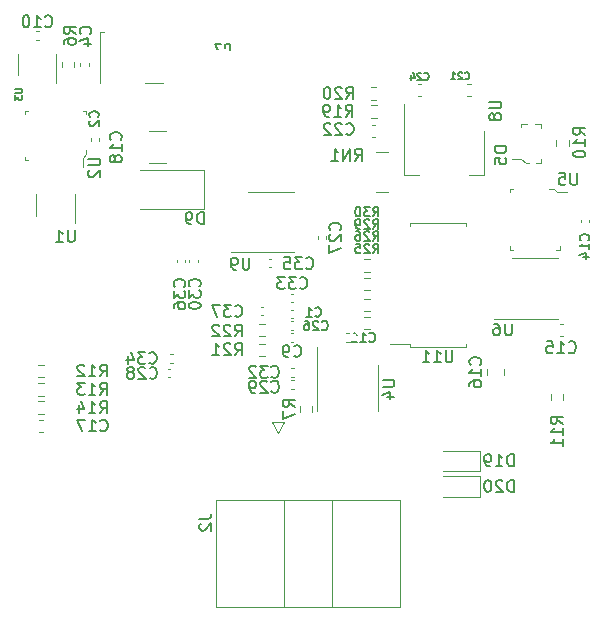
<source format=gbr>
G04 #@! TF.GenerationSoftware,KiCad,Pcbnew,5.1.9-73d0e3b20d~88~ubuntu20.04.1*
G04 #@! TF.CreationDate,2021-04-08T00:26:52+08:00*
G04 #@! TF.ProjectId,AbsoluteEncoderBoard,4162736f-6c75-4746-9545-6e636f646572,rev?*
G04 #@! TF.SameCoordinates,Original*
G04 #@! TF.FileFunction,Legend,Bot*
G04 #@! TF.FilePolarity,Positive*
%FSLAX46Y46*%
G04 Gerber Fmt 4.6, Leading zero omitted, Abs format (unit mm)*
G04 Created by KiCad (PCBNEW 5.1.9-73d0e3b20d~88~ubuntu20.04.1) date 2021-04-08 00:26:52*
%MOMM*%
%LPD*%
G01*
G04 APERTURE LIST*
%ADD10C,0.120000*%
%ADD11C,0.100000*%
%ADD12C,0.150000*%
%ADD13C,3.200000*%
%ADD14C,4.000000*%
%ADD15R,3.800000X3.800000*%
%ADD16C,1.700000*%
%ADD17R,0.650000X1.060000*%
%ADD18R,2.500000X1.800000*%
%ADD19R,3.500000X2.300000*%
%ADD20R,1.500000X2.000000*%
%ADD21R,3.800000X2.000000*%
%ADD22R,2.000000X0.600000*%
%ADD23R,0.600000X2.000000*%
%ADD24R,0.800000X0.500000*%
%ADD25R,0.800000X0.400000*%
%ADD26O,1.200000X1.750000*%
%ADD27O,1.700000X1.700000*%
%ADD28R,1.700000X1.700000*%
%ADD29C,1.800000*%
%ADD30C,3.700000*%
%ADD31O,2.100000X1.000000*%
%ADD32C,0.650000*%
%ADD33O,1.600000X1.000000*%
%ADD34O,1.750000X1.200000*%
%ADD35R,1.000000X1.000000*%
%ADD36C,0.254000*%
G04 APERTURE END LIST*
D10*
X148515240Y-83124600D02*
X148015240Y-84124600D01*
X147515240Y-83124600D02*
X148515240Y-83124600D01*
X148015240Y-84124600D02*
X147515240Y-83124600D01*
X158305240Y-89744600D02*
X142805240Y-89744600D01*
X158305240Y-98864600D02*
X158305240Y-89744600D01*
X142805240Y-98864600D02*
X158305240Y-98864600D01*
X142805240Y-89744600D02*
X142805240Y-98864600D01*
X152605240Y-89744600D02*
X152605240Y-98864600D01*
X148505240Y-89744600D02*
X148505240Y-98864600D01*
X146552164Y-73420000D02*
X146767836Y-73420000D01*
X146552164Y-74140000D02*
X146767836Y-74140000D01*
X140160000Y-69417164D02*
X140160000Y-69632836D01*
X139440000Y-69417164D02*
X139440000Y-69632836D01*
X147222164Y-69330000D02*
X147437836Y-69330000D01*
X147222164Y-70050000D02*
X147437836Y-70050000D01*
X138867164Y-77440000D02*
X139082836Y-77440000D01*
X138867164Y-78160000D02*
X139082836Y-78160000D01*
X149307836Y-73010000D02*
X149092164Y-73010000D01*
X149307836Y-72290000D02*
X149092164Y-72290000D01*
X149332836Y-79335000D02*
X149117164Y-79335000D01*
X149332836Y-78615000D02*
X149117164Y-78615000D01*
X141235000Y-69417164D02*
X141235000Y-69632836D01*
X140515000Y-69417164D02*
X140515000Y-69632836D01*
X149117164Y-79640000D02*
X149332836Y-79640000D01*
X149117164Y-80360000D02*
X149332836Y-80360000D01*
X138692164Y-78665000D02*
X138907836Y-78665000D01*
X138692164Y-79385000D02*
X138907836Y-79385000D01*
X151390000Y-67657836D02*
X151390000Y-67442164D01*
X152110000Y-67657836D02*
X152110000Y-67442164D01*
X149317836Y-75360000D02*
X149102164Y-75360000D01*
X149317836Y-74640000D02*
X149102164Y-74640000D01*
X174360000Y-66037164D02*
X174360000Y-66252836D01*
X173640000Y-66037164D02*
X173640000Y-66252836D01*
X154007836Y-76360000D02*
X153792164Y-76360000D01*
X154007836Y-75640000D02*
X153792164Y-75640000D01*
X127757836Y-50810000D02*
X127542164Y-50810000D01*
X127757836Y-50090000D02*
X127542164Y-50090000D01*
X149317836Y-76360000D02*
X149102164Y-76360000D01*
X149317836Y-75640000D02*
X149102164Y-75640000D01*
X131980000Y-53007836D02*
X131980000Y-52792164D01*
X131260000Y-53007836D02*
X131260000Y-52792164D01*
X127565000Y-65700000D02*
X127565000Y-63900000D01*
X130785000Y-63900000D02*
X130785000Y-66350000D01*
X132860000Y-59357836D02*
X132860000Y-59142164D01*
X132140000Y-59357836D02*
X132140000Y-59142164D01*
X149317836Y-73640000D02*
X149102164Y-73640000D01*
X149317836Y-74360000D02*
X149102164Y-74360000D01*
X137088748Y-61260000D02*
X138511252Y-61260000D01*
X137088748Y-58540000D02*
X138511252Y-58540000D01*
X141725000Y-61825000D02*
X136325000Y-61825000D01*
X141725000Y-65125000D02*
X136325000Y-65125000D01*
X141725000Y-61825000D02*
X141725000Y-65125000D01*
X132960000Y-54440000D02*
X132960000Y-50140000D01*
X132960000Y-50140000D02*
X140260000Y-50140000D01*
X132960000Y-54440000D02*
X140260000Y-54440000D01*
X155975260Y-57990000D02*
X156256420Y-57990000D01*
X155975260Y-59010000D02*
X156256420Y-59010000D01*
X161550000Y-66290000D02*
X163935000Y-66290000D01*
X163935000Y-66290000D02*
X163935000Y-66570000D01*
X161550000Y-66290000D02*
X159165000Y-66290000D01*
X159165000Y-66290000D02*
X159165000Y-66570000D01*
X161550000Y-76810000D02*
X163935000Y-76810000D01*
X163935000Y-76810000D02*
X163935000Y-76530000D01*
X161550000Y-76810000D02*
X159165000Y-76810000D01*
X159165000Y-76810000D02*
X159165000Y-76530000D01*
X159165000Y-76530000D02*
X157500000Y-76530000D01*
X147450000Y-63690000D02*
X149400000Y-63690000D01*
X147450000Y-63690000D02*
X145500000Y-63690000D01*
X147450000Y-68810000D02*
X149400000Y-68810000D01*
X147450000Y-68810000D02*
X144000000Y-68810000D01*
X165473400Y-62250000D02*
X164213400Y-62250000D01*
X158653400Y-62250000D02*
X159913400Y-62250000D01*
X165473400Y-58490000D02*
X165473400Y-62250000D01*
X158653400Y-56240000D02*
X158653400Y-62250000D01*
X169750000Y-69290000D02*
X171700000Y-69290000D01*
X169750000Y-69290000D02*
X167800000Y-69290000D01*
X169750000Y-74410000D02*
X171700000Y-74410000D01*
X169750000Y-74410000D02*
X166300000Y-74410000D01*
D11*
X170950000Y-63400000D02*
X171350000Y-63400000D01*
X171350000Y-63400000D02*
X171650000Y-63700000D01*
X171650000Y-63700000D02*
X172450000Y-63700000D01*
X171850000Y-68300000D02*
X171850000Y-68600000D01*
X171850000Y-68600000D02*
X171550000Y-68600000D01*
X167650000Y-63700000D02*
X167650000Y-63400000D01*
X167650000Y-63400000D02*
X167950000Y-63400000D01*
X167650000Y-68300000D02*
X167650000Y-68600000D01*
X167650000Y-68600000D02*
X167950000Y-68600000D01*
D10*
X156460000Y-80250000D02*
X156460000Y-82200000D01*
X156460000Y-80250000D02*
X156460000Y-78300000D01*
X151340000Y-80250000D02*
X151340000Y-82200000D01*
X151340000Y-80250000D02*
X151340000Y-76800000D01*
X126040000Y-53775000D02*
X126040000Y-51975000D01*
X129260000Y-51975000D02*
X129260000Y-54425000D01*
D11*
X131775000Y-60100000D02*
X131775000Y-60500000D01*
X131775000Y-60500000D02*
X131475000Y-60800000D01*
X131475000Y-60800000D02*
X131475000Y-61600000D01*
X126875000Y-61000000D02*
X126575000Y-61000000D01*
X126575000Y-61000000D02*
X126575000Y-60700000D01*
X131475000Y-56800000D02*
X131775000Y-56800000D01*
X131775000Y-56800000D02*
X131775000Y-57100000D01*
X126875000Y-56800000D02*
X126575000Y-56800000D01*
X126575000Y-56800000D02*
X126575000Y-57100000D01*
D10*
X157350000Y-60320000D02*
X156350000Y-60320000D01*
X157350000Y-63680000D02*
X156350000Y-63680000D01*
X155787258Y-69402500D02*
X155312742Y-69402500D01*
X155787258Y-70447500D02*
X155312742Y-70447500D01*
X155787258Y-70952500D02*
X155312742Y-70952500D01*
X155787258Y-71997500D02*
X155312742Y-71997500D01*
X155787258Y-72752500D02*
X155312742Y-72752500D01*
X155787258Y-73797500D02*
X155312742Y-73797500D01*
X155787258Y-74277500D02*
X155312742Y-74277500D01*
X155787258Y-75322500D02*
X155312742Y-75322500D01*
X146887258Y-74877500D02*
X146412742Y-74877500D01*
X146887258Y-75922500D02*
X146412742Y-75922500D01*
X146887258Y-76527500D02*
X146412742Y-76527500D01*
X146887258Y-77572500D02*
X146412742Y-77572500D01*
X156350558Y-54818980D02*
X155876042Y-54818980D01*
X156350558Y-55863980D02*
X155876042Y-55863980D01*
X156355638Y-56348060D02*
X155881122Y-56348060D01*
X156355638Y-57393060D02*
X155881122Y-57393060D01*
X127712742Y-82472500D02*
X128187258Y-82472500D01*
X127712742Y-81427500D02*
X128187258Y-81427500D01*
X127702742Y-80922500D02*
X128177258Y-80922500D01*
X127702742Y-79877500D02*
X128177258Y-79877500D01*
X128187258Y-78327500D02*
X127712742Y-78327500D01*
X128187258Y-79372500D02*
X127712742Y-79372500D01*
X171127500Y-80812742D02*
X171127500Y-81287258D01*
X172172500Y-80812742D02*
X172172500Y-81287258D01*
X171577500Y-59312742D02*
X171577500Y-59787258D01*
X172622500Y-59312742D02*
X172622500Y-59787258D01*
X149877500Y-81812742D02*
X149877500Y-82287258D01*
X150922500Y-81812742D02*
X150922500Y-82287258D01*
X129727500Y-52662742D02*
X129727500Y-53137258D01*
X130772500Y-52662742D02*
X130772500Y-53137258D01*
X165150000Y-87775000D02*
X165150000Y-89475000D01*
X165150000Y-89475000D02*
X162000000Y-89475000D01*
X165150000Y-87775000D02*
X162000000Y-87775000D01*
X165150000Y-85650000D02*
X165150000Y-87350000D01*
X165150000Y-87350000D02*
X162000000Y-87350000D01*
X165150000Y-85650000D02*
X162000000Y-85650000D01*
D11*
X169250000Y-61200000D02*
X168975000Y-61200000D01*
X168975000Y-61200000D02*
X168600000Y-60925000D01*
X168600000Y-60925000D02*
X168600000Y-60875000D01*
X168600000Y-60875000D02*
X167825000Y-60875000D01*
X169075000Y-57900000D02*
X168600000Y-57900000D01*
X168600000Y-57900000D02*
X168600000Y-58250000D01*
X170250000Y-58125000D02*
X170250000Y-58250000D01*
X170250000Y-58200000D02*
X170250000Y-57900000D01*
X170250000Y-57900000D02*
X169800000Y-57900000D01*
X169875000Y-61200000D02*
X170250000Y-61200000D01*
X170250000Y-61200000D02*
X170250000Y-60900000D01*
D10*
X160115580Y-54565000D02*
X159834420Y-54565000D01*
X160115580Y-55585000D02*
X159834420Y-55585000D01*
X164034420Y-55585000D02*
X164315580Y-55585000D01*
X164034420Y-54565000D02*
X164315580Y-54565000D01*
X127809420Y-84010000D02*
X128090580Y-84010000D01*
X127809420Y-82990000D02*
X128090580Y-82990000D01*
X165715000Y-78688748D02*
X165715000Y-79211252D01*
X167185000Y-78688748D02*
X167185000Y-79211252D01*
X172140580Y-74890000D02*
X171859420Y-74890000D01*
X172140580Y-75910000D02*
X171859420Y-75910000D01*
D12*
X141367620Y-91356266D02*
X142081906Y-91356266D01*
X142224763Y-91308647D01*
X142320001Y-91213409D01*
X142367620Y-91070552D01*
X142367620Y-90975314D01*
X141462859Y-91784838D02*
X141415240Y-91832457D01*
X141367620Y-91927695D01*
X141367620Y-92165790D01*
X141415240Y-92261028D01*
X141462859Y-92308647D01*
X141558097Y-92356266D01*
X141653335Y-92356266D01*
X141796192Y-92308647D01*
X142367620Y-91737219D01*
X142367620Y-92356266D01*
X144372857Y-74157142D02*
X144420476Y-74204761D01*
X144563333Y-74252380D01*
X144658571Y-74252380D01*
X144801428Y-74204761D01*
X144896666Y-74109523D01*
X144944285Y-74014285D01*
X144991904Y-73823809D01*
X144991904Y-73680952D01*
X144944285Y-73490476D01*
X144896666Y-73395238D01*
X144801428Y-73300000D01*
X144658571Y-73252380D01*
X144563333Y-73252380D01*
X144420476Y-73300000D01*
X144372857Y-73347619D01*
X144039523Y-73252380D02*
X143420476Y-73252380D01*
X143753809Y-73633333D01*
X143610952Y-73633333D01*
X143515714Y-73680952D01*
X143468095Y-73728571D01*
X143420476Y-73823809D01*
X143420476Y-74061904D01*
X143468095Y-74157142D01*
X143515714Y-74204761D01*
X143610952Y-74252380D01*
X143896666Y-74252380D01*
X143991904Y-74204761D01*
X144039523Y-74157142D01*
X143087142Y-73252380D02*
X142420476Y-73252380D01*
X142849047Y-74252380D01*
X140077142Y-71697142D02*
X140124761Y-71649523D01*
X140172380Y-71506666D01*
X140172380Y-71411428D01*
X140124761Y-71268571D01*
X140029523Y-71173333D01*
X139934285Y-71125714D01*
X139743809Y-71078095D01*
X139600952Y-71078095D01*
X139410476Y-71125714D01*
X139315238Y-71173333D01*
X139220000Y-71268571D01*
X139172380Y-71411428D01*
X139172380Y-71506666D01*
X139220000Y-71649523D01*
X139267619Y-71697142D01*
X139172380Y-72030476D02*
X139172380Y-72649523D01*
X139553333Y-72316190D01*
X139553333Y-72459047D01*
X139600952Y-72554285D01*
X139648571Y-72601904D01*
X139743809Y-72649523D01*
X139981904Y-72649523D01*
X140077142Y-72601904D01*
X140124761Y-72554285D01*
X140172380Y-72459047D01*
X140172380Y-72173333D01*
X140124761Y-72078095D01*
X140077142Y-72030476D01*
X139172380Y-73506666D02*
X139172380Y-73316190D01*
X139220000Y-73220952D01*
X139267619Y-73173333D01*
X139410476Y-73078095D01*
X139600952Y-73030476D01*
X139981904Y-73030476D01*
X140077142Y-73078095D01*
X140124761Y-73125714D01*
X140172380Y-73220952D01*
X140172380Y-73411428D01*
X140124761Y-73506666D01*
X140077142Y-73554285D01*
X139981904Y-73601904D01*
X139743809Y-73601904D01*
X139648571Y-73554285D01*
X139600952Y-73506666D01*
X139553333Y-73411428D01*
X139553333Y-73220952D01*
X139600952Y-73125714D01*
X139648571Y-73078095D01*
X139743809Y-73030476D01*
X150392857Y-70127142D02*
X150440476Y-70174761D01*
X150583333Y-70222380D01*
X150678571Y-70222380D01*
X150821428Y-70174761D01*
X150916666Y-70079523D01*
X150964285Y-69984285D01*
X151011904Y-69793809D01*
X151011904Y-69650952D01*
X150964285Y-69460476D01*
X150916666Y-69365238D01*
X150821428Y-69270000D01*
X150678571Y-69222380D01*
X150583333Y-69222380D01*
X150440476Y-69270000D01*
X150392857Y-69317619D01*
X150059523Y-69222380D02*
X149440476Y-69222380D01*
X149773809Y-69603333D01*
X149630952Y-69603333D01*
X149535714Y-69650952D01*
X149488095Y-69698571D01*
X149440476Y-69793809D01*
X149440476Y-70031904D01*
X149488095Y-70127142D01*
X149535714Y-70174761D01*
X149630952Y-70222380D01*
X149916666Y-70222380D01*
X150011904Y-70174761D01*
X150059523Y-70127142D01*
X148535714Y-69222380D02*
X149011904Y-69222380D01*
X149059523Y-69698571D01*
X149011904Y-69650952D01*
X148916666Y-69603333D01*
X148678571Y-69603333D01*
X148583333Y-69650952D01*
X148535714Y-69698571D01*
X148488095Y-69793809D01*
X148488095Y-70031904D01*
X148535714Y-70127142D01*
X148583333Y-70174761D01*
X148678571Y-70222380D01*
X148916666Y-70222380D01*
X149011904Y-70174761D01*
X149059523Y-70127142D01*
X137117857Y-78157142D02*
X137165476Y-78204761D01*
X137308333Y-78252380D01*
X137403571Y-78252380D01*
X137546428Y-78204761D01*
X137641666Y-78109523D01*
X137689285Y-78014285D01*
X137736904Y-77823809D01*
X137736904Y-77680952D01*
X137689285Y-77490476D01*
X137641666Y-77395238D01*
X137546428Y-77300000D01*
X137403571Y-77252380D01*
X137308333Y-77252380D01*
X137165476Y-77300000D01*
X137117857Y-77347619D01*
X136784523Y-77252380D02*
X136165476Y-77252380D01*
X136498809Y-77633333D01*
X136355952Y-77633333D01*
X136260714Y-77680952D01*
X136213095Y-77728571D01*
X136165476Y-77823809D01*
X136165476Y-78061904D01*
X136213095Y-78157142D01*
X136260714Y-78204761D01*
X136355952Y-78252380D01*
X136641666Y-78252380D01*
X136736904Y-78204761D01*
X136784523Y-78157142D01*
X135308333Y-77585714D02*
X135308333Y-78252380D01*
X135546428Y-77204761D02*
X135784523Y-77919047D01*
X135165476Y-77919047D01*
X149867857Y-71797142D02*
X149915476Y-71844761D01*
X150058333Y-71892380D01*
X150153571Y-71892380D01*
X150296428Y-71844761D01*
X150391666Y-71749523D01*
X150439285Y-71654285D01*
X150486904Y-71463809D01*
X150486904Y-71320952D01*
X150439285Y-71130476D01*
X150391666Y-71035238D01*
X150296428Y-70940000D01*
X150153571Y-70892380D01*
X150058333Y-70892380D01*
X149915476Y-70940000D01*
X149867857Y-70987619D01*
X149534523Y-70892380D02*
X148915476Y-70892380D01*
X149248809Y-71273333D01*
X149105952Y-71273333D01*
X149010714Y-71320952D01*
X148963095Y-71368571D01*
X148915476Y-71463809D01*
X148915476Y-71701904D01*
X148963095Y-71797142D01*
X149010714Y-71844761D01*
X149105952Y-71892380D01*
X149391666Y-71892380D01*
X149486904Y-71844761D01*
X149534523Y-71797142D01*
X148582142Y-70892380D02*
X147963095Y-70892380D01*
X148296428Y-71273333D01*
X148153571Y-71273333D01*
X148058333Y-71320952D01*
X148010714Y-71368571D01*
X147963095Y-71463809D01*
X147963095Y-71701904D01*
X148010714Y-71797142D01*
X148058333Y-71844761D01*
X148153571Y-71892380D01*
X148439285Y-71892380D01*
X148534523Y-71844761D01*
X148582142Y-71797142D01*
X147462857Y-79317142D02*
X147510476Y-79364761D01*
X147653333Y-79412380D01*
X147748571Y-79412380D01*
X147891428Y-79364761D01*
X147986666Y-79269523D01*
X148034285Y-79174285D01*
X148081904Y-78983809D01*
X148081904Y-78840952D01*
X148034285Y-78650476D01*
X147986666Y-78555238D01*
X147891428Y-78460000D01*
X147748571Y-78412380D01*
X147653333Y-78412380D01*
X147510476Y-78460000D01*
X147462857Y-78507619D01*
X147129523Y-78412380D02*
X146510476Y-78412380D01*
X146843809Y-78793333D01*
X146700952Y-78793333D01*
X146605714Y-78840952D01*
X146558095Y-78888571D01*
X146510476Y-78983809D01*
X146510476Y-79221904D01*
X146558095Y-79317142D01*
X146605714Y-79364761D01*
X146700952Y-79412380D01*
X146986666Y-79412380D01*
X147081904Y-79364761D01*
X147129523Y-79317142D01*
X146129523Y-78507619D02*
X146081904Y-78460000D01*
X145986666Y-78412380D01*
X145748571Y-78412380D01*
X145653333Y-78460000D01*
X145605714Y-78507619D01*
X145558095Y-78602857D01*
X145558095Y-78698095D01*
X145605714Y-78840952D01*
X146177142Y-79412380D01*
X145558095Y-79412380D01*
X141367142Y-71687142D02*
X141414761Y-71639523D01*
X141462380Y-71496666D01*
X141462380Y-71401428D01*
X141414761Y-71258571D01*
X141319523Y-71163333D01*
X141224285Y-71115714D01*
X141033809Y-71068095D01*
X140890952Y-71068095D01*
X140700476Y-71115714D01*
X140605238Y-71163333D01*
X140510000Y-71258571D01*
X140462380Y-71401428D01*
X140462380Y-71496666D01*
X140510000Y-71639523D01*
X140557619Y-71687142D01*
X140462380Y-72020476D02*
X140462380Y-72639523D01*
X140843333Y-72306190D01*
X140843333Y-72449047D01*
X140890952Y-72544285D01*
X140938571Y-72591904D01*
X141033809Y-72639523D01*
X141271904Y-72639523D01*
X141367142Y-72591904D01*
X141414761Y-72544285D01*
X141462380Y-72449047D01*
X141462380Y-72163333D01*
X141414761Y-72068095D01*
X141367142Y-72020476D01*
X140462380Y-73258571D02*
X140462380Y-73353809D01*
X140510000Y-73449047D01*
X140557619Y-73496666D01*
X140652857Y-73544285D01*
X140843333Y-73591904D01*
X141081428Y-73591904D01*
X141271904Y-73544285D01*
X141367142Y-73496666D01*
X141414761Y-73449047D01*
X141462380Y-73353809D01*
X141462380Y-73258571D01*
X141414761Y-73163333D01*
X141367142Y-73115714D01*
X141271904Y-73068095D01*
X141081428Y-73020476D01*
X140843333Y-73020476D01*
X140652857Y-73068095D01*
X140557619Y-73115714D01*
X140510000Y-73163333D01*
X140462380Y-73258571D01*
X147462857Y-80577142D02*
X147510476Y-80624761D01*
X147653333Y-80672380D01*
X147748571Y-80672380D01*
X147891428Y-80624761D01*
X147986666Y-80529523D01*
X148034285Y-80434285D01*
X148081904Y-80243809D01*
X148081904Y-80100952D01*
X148034285Y-79910476D01*
X147986666Y-79815238D01*
X147891428Y-79720000D01*
X147748571Y-79672380D01*
X147653333Y-79672380D01*
X147510476Y-79720000D01*
X147462857Y-79767619D01*
X147081904Y-79767619D02*
X147034285Y-79720000D01*
X146939047Y-79672380D01*
X146700952Y-79672380D01*
X146605714Y-79720000D01*
X146558095Y-79767619D01*
X146510476Y-79862857D01*
X146510476Y-79958095D01*
X146558095Y-80100952D01*
X147129523Y-80672380D01*
X146510476Y-80672380D01*
X146034285Y-80672380D02*
X145843809Y-80672380D01*
X145748571Y-80624761D01*
X145700952Y-80577142D01*
X145605714Y-80434285D01*
X145558095Y-80243809D01*
X145558095Y-79862857D01*
X145605714Y-79767619D01*
X145653333Y-79720000D01*
X145748571Y-79672380D01*
X145939047Y-79672380D01*
X146034285Y-79720000D01*
X146081904Y-79767619D01*
X146129523Y-79862857D01*
X146129523Y-80100952D01*
X146081904Y-80196190D01*
X146034285Y-80243809D01*
X145939047Y-80291428D01*
X145748571Y-80291428D01*
X145653333Y-80243809D01*
X145605714Y-80196190D01*
X145558095Y-80100952D01*
X137142857Y-79407142D02*
X137190476Y-79454761D01*
X137333333Y-79502380D01*
X137428571Y-79502380D01*
X137571428Y-79454761D01*
X137666666Y-79359523D01*
X137714285Y-79264285D01*
X137761904Y-79073809D01*
X137761904Y-78930952D01*
X137714285Y-78740476D01*
X137666666Y-78645238D01*
X137571428Y-78550000D01*
X137428571Y-78502380D01*
X137333333Y-78502380D01*
X137190476Y-78550000D01*
X137142857Y-78597619D01*
X136761904Y-78597619D02*
X136714285Y-78550000D01*
X136619047Y-78502380D01*
X136380952Y-78502380D01*
X136285714Y-78550000D01*
X136238095Y-78597619D01*
X136190476Y-78692857D01*
X136190476Y-78788095D01*
X136238095Y-78930952D01*
X136809523Y-79502380D01*
X136190476Y-79502380D01*
X135619047Y-78930952D02*
X135714285Y-78883333D01*
X135761904Y-78835714D01*
X135809523Y-78740476D01*
X135809523Y-78692857D01*
X135761904Y-78597619D01*
X135714285Y-78550000D01*
X135619047Y-78502380D01*
X135428571Y-78502380D01*
X135333333Y-78550000D01*
X135285714Y-78597619D01*
X135238095Y-78692857D01*
X135238095Y-78740476D01*
X135285714Y-78835714D01*
X135333333Y-78883333D01*
X135428571Y-78930952D01*
X135619047Y-78930952D01*
X135714285Y-78978571D01*
X135761904Y-79026190D01*
X135809523Y-79121428D01*
X135809523Y-79311904D01*
X135761904Y-79407142D01*
X135714285Y-79454761D01*
X135619047Y-79502380D01*
X135428571Y-79502380D01*
X135333333Y-79454761D01*
X135285714Y-79407142D01*
X135238095Y-79311904D01*
X135238095Y-79121428D01*
X135285714Y-79026190D01*
X135333333Y-78978571D01*
X135428571Y-78930952D01*
X153267142Y-66907142D02*
X153314761Y-66859523D01*
X153362380Y-66716666D01*
X153362380Y-66621428D01*
X153314761Y-66478571D01*
X153219523Y-66383333D01*
X153124285Y-66335714D01*
X152933809Y-66288095D01*
X152790952Y-66288095D01*
X152600476Y-66335714D01*
X152505238Y-66383333D01*
X152410000Y-66478571D01*
X152362380Y-66621428D01*
X152362380Y-66716666D01*
X152410000Y-66859523D01*
X152457619Y-66907142D01*
X152457619Y-67288095D02*
X152410000Y-67335714D01*
X152362380Y-67430952D01*
X152362380Y-67669047D01*
X152410000Y-67764285D01*
X152457619Y-67811904D01*
X152552857Y-67859523D01*
X152648095Y-67859523D01*
X152790952Y-67811904D01*
X153362380Y-67240476D01*
X153362380Y-67859523D01*
X152362380Y-68192857D02*
X152362380Y-68859523D01*
X153362380Y-68430952D01*
X151714285Y-75310714D02*
X151752380Y-75348809D01*
X151866666Y-75386904D01*
X151942857Y-75386904D01*
X152057142Y-75348809D01*
X152133333Y-75272619D01*
X152171428Y-75196428D01*
X152209523Y-75044047D01*
X152209523Y-74929761D01*
X152171428Y-74777380D01*
X152133333Y-74701190D01*
X152057142Y-74625000D01*
X151942857Y-74586904D01*
X151866666Y-74586904D01*
X151752380Y-74625000D01*
X151714285Y-74663095D01*
X151409523Y-74663095D02*
X151371428Y-74625000D01*
X151295238Y-74586904D01*
X151104761Y-74586904D01*
X151028571Y-74625000D01*
X150990476Y-74663095D01*
X150952380Y-74739285D01*
X150952380Y-74815476D01*
X150990476Y-74929761D01*
X151447619Y-75386904D01*
X150952380Y-75386904D01*
X150266666Y-74586904D02*
X150419047Y-74586904D01*
X150495238Y-74625000D01*
X150533333Y-74663095D01*
X150609523Y-74777380D01*
X150647619Y-74929761D01*
X150647619Y-75234523D01*
X150609523Y-75310714D01*
X150571428Y-75348809D01*
X150495238Y-75386904D01*
X150342857Y-75386904D01*
X150266666Y-75348809D01*
X150228571Y-75310714D01*
X150190476Y-75234523D01*
X150190476Y-75044047D01*
X150228571Y-74967857D01*
X150266666Y-74929761D01*
X150342857Y-74891666D01*
X150495238Y-74891666D01*
X150571428Y-74929761D01*
X150609523Y-74967857D01*
X150647619Y-75044047D01*
X174285714Y-67760714D02*
X174323809Y-67722619D01*
X174361904Y-67608333D01*
X174361904Y-67532142D01*
X174323809Y-67417857D01*
X174247619Y-67341666D01*
X174171428Y-67303571D01*
X174019047Y-67265476D01*
X173904761Y-67265476D01*
X173752380Y-67303571D01*
X173676190Y-67341666D01*
X173600000Y-67417857D01*
X173561904Y-67532142D01*
X173561904Y-67608333D01*
X173600000Y-67722619D01*
X173638095Y-67760714D01*
X174361904Y-68522619D02*
X174361904Y-68065476D01*
X174361904Y-68294047D02*
X173561904Y-68294047D01*
X173676190Y-68217857D01*
X173752380Y-68141666D01*
X173790476Y-68065476D01*
X173828571Y-69208333D02*
X174361904Y-69208333D01*
X173523809Y-69017857D02*
X174095238Y-68827380D01*
X174095238Y-69322619D01*
X155739285Y-76310714D02*
X155777380Y-76348809D01*
X155891666Y-76386904D01*
X155967857Y-76386904D01*
X156082142Y-76348809D01*
X156158333Y-76272619D01*
X156196428Y-76196428D01*
X156234523Y-76044047D01*
X156234523Y-75929761D01*
X156196428Y-75777380D01*
X156158333Y-75701190D01*
X156082142Y-75625000D01*
X155967857Y-75586904D01*
X155891666Y-75586904D01*
X155777380Y-75625000D01*
X155739285Y-75663095D01*
X154977380Y-76386904D02*
X155434523Y-76386904D01*
X155205952Y-76386904D02*
X155205952Y-75586904D01*
X155282142Y-75701190D01*
X155358333Y-75777380D01*
X155434523Y-75815476D01*
X154215476Y-76386904D02*
X154672619Y-76386904D01*
X154444047Y-76386904D02*
X154444047Y-75586904D01*
X154520238Y-75701190D01*
X154596428Y-75777380D01*
X154672619Y-75815476D01*
X128292857Y-49647142D02*
X128340476Y-49694761D01*
X128483333Y-49742380D01*
X128578571Y-49742380D01*
X128721428Y-49694761D01*
X128816666Y-49599523D01*
X128864285Y-49504285D01*
X128911904Y-49313809D01*
X128911904Y-49170952D01*
X128864285Y-48980476D01*
X128816666Y-48885238D01*
X128721428Y-48790000D01*
X128578571Y-48742380D01*
X128483333Y-48742380D01*
X128340476Y-48790000D01*
X128292857Y-48837619D01*
X127340476Y-49742380D02*
X127911904Y-49742380D01*
X127626190Y-49742380D02*
X127626190Y-48742380D01*
X127721428Y-48885238D01*
X127816666Y-48980476D01*
X127911904Y-49028095D01*
X126721428Y-48742380D02*
X126626190Y-48742380D01*
X126530952Y-48790000D01*
X126483333Y-48837619D01*
X126435714Y-48932857D01*
X126388095Y-49123333D01*
X126388095Y-49361428D01*
X126435714Y-49551904D01*
X126483333Y-49647142D01*
X126530952Y-49694761D01*
X126626190Y-49742380D01*
X126721428Y-49742380D01*
X126816666Y-49694761D01*
X126864285Y-49647142D01*
X126911904Y-49551904D01*
X126959523Y-49361428D01*
X126959523Y-49123333D01*
X126911904Y-48932857D01*
X126864285Y-48837619D01*
X126816666Y-48790000D01*
X126721428Y-48742380D01*
X149366666Y-77557142D02*
X149414285Y-77604761D01*
X149557142Y-77652380D01*
X149652380Y-77652380D01*
X149795238Y-77604761D01*
X149890476Y-77509523D01*
X149938095Y-77414285D01*
X149985714Y-77223809D01*
X149985714Y-77080952D01*
X149938095Y-76890476D01*
X149890476Y-76795238D01*
X149795238Y-76700000D01*
X149652380Y-76652380D01*
X149557142Y-76652380D01*
X149414285Y-76700000D01*
X149366666Y-76747619D01*
X148890476Y-77652380D02*
X148700000Y-77652380D01*
X148604761Y-77604761D01*
X148557142Y-77557142D01*
X148461904Y-77414285D01*
X148414285Y-77223809D01*
X148414285Y-76842857D01*
X148461904Y-76747619D01*
X148509523Y-76700000D01*
X148604761Y-76652380D01*
X148795238Y-76652380D01*
X148890476Y-76700000D01*
X148938095Y-76747619D01*
X148985714Y-76842857D01*
X148985714Y-77080952D01*
X148938095Y-77176190D01*
X148890476Y-77223809D01*
X148795238Y-77271428D01*
X148604761Y-77271428D01*
X148509523Y-77223809D01*
X148461904Y-77176190D01*
X148414285Y-77080952D01*
X132127142Y-50308333D02*
X132174761Y-50260714D01*
X132222380Y-50117857D01*
X132222380Y-50022619D01*
X132174761Y-49879761D01*
X132079523Y-49784523D01*
X131984285Y-49736904D01*
X131793809Y-49689285D01*
X131650952Y-49689285D01*
X131460476Y-49736904D01*
X131365238Y-49784523D01*
X131270000Y-49879761D01*
X131222380Y-50022619D01*
X131222380Y-50117857D01*
X131270000Y-50260714D01*
X131317619Y-50308333D01*
X131555714Y-51165476D02*
X132222380Y-51165476D01*
X131174761Y-50927380D02*
X131889047Y-50689285D01*
X131889047Y-51308333D01*
X130786904Y-66927380D02*
X130786904Y-67736904D01*
X130739285Y-67832142D01*
X130691666Y-67879761D01*
X130596428Y-67927380D01*
X130405952Y-67927380D01*
X130310714Y-67879761D01*
X130263095Y-67832142D01*
X130215476Y-67736904D01*
X130215476Y-66927380D01*
X129215476Y-67927380D02*
X129786904Y-67927380D01*
X129501190Y-67927380D02*
X129501190Y-66927380D01*
X129596428Y-67070238D01*
X129691666Y-67165476D01*
X129786904Y-67213095D01*
X132760714Y-57341666D02*
X132798809Y-57303571D01*
X132836904Y-57189285D01*
X132836904Y-57113095D01*
X132798809Y-56998809D01*
X132722619Y-56922619D01*
X132646428Y-56884523D01*
X132494047Y-56846428D01*
X132379761Y-56846428D01*
X132227380Y-56884523D01*
X132151190Y-56922619D01*
X132075000Y-56998809D01*
X132036904Y-57113095D01*
X132036904Y-57189285D01*
X132075000Y-57303571D01*
X132113095Y-57341666D01*
X132113095Y-57646428D02*
X132075000Y-57684523D01*
X132036904Y-57760714D01*
X132036904Y-57951190D01*
X132075000Y-58027380D01*
X132113095Y-58065476D01*
X132189285Y-58103571D01*
X132265476Y-58103571D01*
X132379761Y-58065476D01*
X132836904Y-57608333D01*
X132836904Y-58103571D01*
X151173333Y-74175714D02*
X151211428Y-74213809D01*
X151325714Y-74251904D01*
X151401904Y-74251904D01*
X151516190Y-74213809D01*
X151592380Y-74137619D01*
X151630476Y-74061428D01*
X151668571Y-73909047D01*
X151668571Y-73794761D01*
X151630476Y-73642380D01*
X151592380Y-73566190D01*
X151516190Y-73490000D01*
X151401904Y-73451904D01*
X151325714Y-73451904D01*
X151211428Y-73490000D01*
X151173333Y-73528095D01*
X150411428Y-74251904D02*
X150868571Y-74251904D01*
X150640000Y-74251904D02*
X150640000Y-73451904D01*
X150716190Y-73566190D01*
X150792380Y-73642380D01*
X150868571Y-73680476D01*
X134682142Y-59257142D02*
X134729761Y-59209523D01*
X134777380Y-59066666D01*
X134777380Y-58971428D01*
X134729761Y-58828571D01*
X134634523Y-58733333D01*
X134539285Y-58685714D01*
X134348809Y-58638095D01*
X134205952Y-58638095D01*
X134015476Y-58685714D01*
X133920238Y-58733333D01*
X133825000Y-58828571D01*
X133777380Y-58971428D01*
X133777380Y-59066666D01*
X133825000Y-59209523D01*
X133872619Y-59257142D01*
X134777380Y-60209523D02*
X134777380Y-59638095D01*
X134777380Y-59923809D02*
X133777380Y-59923809D01*
X133920238Y-59828571D01*
X134015476Y-59733333D01*
X134063095Y-59638095D01*
X134205952Y-60780952D02*
X134158333Y-60685714D01*
X134110714Y-60638095D01*
X134015476Y-60590476D01*
X133967857Y-60590476D01*
X133872619Y-60638095D01*
X133825000Y-60685714D01*
X133777380Y-60780952D01*
X133777380Y-60971428D01*
X133825000Y-61066666D01*
X133872619Y-61114285D01*
X133967857Y-61161904D01*
X134015476Y-61161904D01*
X134110714Y-61114285D01*
X134158333Y-61066666D01*
X134205952Y-60971428D01*
X134205952Y-60780952D01*
X134253571Y-60685714D01*
X134301190Y-60638095D01*
X134396428Y-60590476D01*
X134586904Y-60590476D01*
X134682142Y-60638095D01*
X134729761Y-60685714D01*
X134777380Y-60780952D01*
X134777380Y-60971428D01*
X134729761Y-61066666D01*
X134682142Y-61114285D01*
X134586904Y-61161904D01*
X134396428Y-61161904D01*
X134301190Y-61114285D01*
X134253571Y-61066666D01*
X134205952Y-60971428D01*
X141713095Y-66402380D02*
X141713095Y-65402380D01*
X141475000Y-65402380D01*
X141332142Y-65450000D01*
X141236904Y-65545238D01*
X141189285Y-65640476D01*
X141141666Y-65830952D01*
X141141666Y-65973809D01*
X141189285Y-66164285D01*
X141236904Y-66259523D01*
X141332142Y-66354761D01*
X141475000Y-66402380D01*
X141713095Y-66402380D01*
X140665476Y-66402380D02*
X140475000Y-66402380D01*
X140379761Y-66354761D01*
X140332142Y-66307142D01*
X140236904Y-66164285D01*
X140189285Y-65973809D01*
X140189285Y-65592857D01*
X140236904Y-65497619D01*
X140284523Y-65450000D01*
X140379761Y-65402380D01*
X140570238Y-65402380D01*
X140665476Y-65450000D01*
X140713095Y-65497619D01*
X140760714Y-65592857D01*
X140760714Y-65830952D01*
X140713095Y-65926190D01*
X140665476Y-65973809D01*
X140570238Y-66021428D01*
X140379761Y-66021428D01*
X140284523Y-65973809D01*
X140236904Y-65926190D01*
X140189285Y-65830952D01*
X143950476Y-51951904D02*
X143950476Y-51151904D01*
X143760000Y-51151904D01*
X143645714Y-51190000D01*
X143569523Y-51266190D01*
X143531428Y-51342380D01*
X143493333Y-51494761D01*
X143493333Y-51609047D01*
X143531428Y-51761428D01*
X143569523Y-51837619D01*
X143645714Y-51913809D01*
X143760000Y-51951904D01*
X143950476Y-51951904D01*
X143226666Y-51151904D02*
X142693333Y-51151904D01*
X143036190Y-51951904D01*
X153792857Y-58754962D02*
X153840476Y-58802581D01*
X153983333Y-58850200D01*
X154078571Y-58850200D01*
X154221428Y-58802581D01*
X154316666Y-58707343D01*
X154364285Y-58612105D01*
X154411904Y-58421629D01*
X154411904Y-58278772D01*
X154364285Y-58088296D01*
X154316666Y-57993058D01*
X154221428Y-57897820D01*
X154078571Y-57850200D01*
X153983333Y-57850200D01*
X153840476Y-57897820D01*
X153792857Y-57945439D01*
X153411904Y-57945439D02*
X153364285Y-57897820D01*
X153269047Y-57850200D01*
X153030952Y-57850200D01*
X152935714Y-57897820D01*
X152888095Y-57945439D01*
X152840476Y-58040677D01*
X152840476Y-58135915D01*
X152888095Y-58278772D01*
X153459523Y-58850200D01*
X152840476Y-58850200D01*
X152459523Y-57945439D02*
X152411904Y-57897820D01*
X152316666Y-57850200D01*
X152078571Y-57850200D01*
X151983333Y-57897820D01*
X151935714Y-57945439D01*
X151888095Y-58040677D01*
X151888095Y-58135915D01*
X151935714Y-58278772D01*
X152507142Y-58850200D01*
X151888095Y-58850200D01*
X162788095Y-77102380D02*
X162788095Y-77911904D01*
X162740476Y-78007142D01*
X162692857Y-78054761D01*
X162597619Y-78102380D01*
X162407142Y-78102380D01*
X162311904Y-78054761D01*
X162264285Y-78007142D01*
X162216666Y-77911904D01*
X162216666Y-77102380D01*
X161216666Y-78102380D02*
X161788095Y-78102380D01*
X161502380Y-78102380D02*
X161502380Y-77102380D01*
X161597619Y-77245238D01*
X161692857Y-77340476D01*
X161788095Y-77388095D01*
X160264285Y-78102380D02*
X160835714Y-78102380D01*
X160550000Y-78102380D02*
X160550000Y-77102380D01*
X160645238Y-77245238D01*
X160740476Y-77340476D01*
X160835714Y-77388095D01*
X145591904Y-69252380D02*
X145591904Y-70061904D01*
X145544285Y-70157142D01*
X145496666Y-70204761D01*
X145401428Y-70252380D01*
X145210952Y-70252380D01*
X145115714Y-70204761D01*
X145068095Y-70157142D01*
X145020476Y-70061904D01*
X145020476Y-69252380D01*
X144496666Y-70252380D02*
X144306190Y-70252380D01*
X144210952Y-70204761D01*
X144163333Y-70157142D01*
X144068095Y-70014285D01*
X144020476Y-69823809D01*
X144020476Y-69442857D01*
X144068095Y-69347619D01*
X144115714Y-69300000D01*
X144210952Y-69252380D01*
X144401428Y-69252380D01*
X144496666Y-69300000D01*
X144544285Y-69347619D01*
X144591904Y-69442857D01*
X144591904Y-69680952D01*
X144544285Y-69776190D01*
X144496666Y-69823809D01*
X144401428Y-69871428D01*
X144210952Y-69871428D01*
X144115714Y-69823809D01*
X144068095Y-69776190D01*
X144020476Y-69680952D01*
X165902380Y-56038095D02*
X166711904Y-56038095D01*
X166807142Y-56085714D01*
X166854761Y-56133333D01*
X166902380Y-56228571D01*
X166902380Y-56419047D01*
X166854761Y-56514285D01*
X166807142Y-56561904D01*
X166711904Y-56609523D01*
X165902380Y-56609523D01*
X166330952Y-57228571D02*
X166283333Y-57133333D01*
X166235714Y-57085714D01*
X166140476Y-57038095D01*
X166092857Y-57038095D01*
X165997619Y-57085714D01*
X165950000Y-57133333D01*
X165902380Y-57228571D01*
X165902380Y-57419047D01*
X165950000Y-57514285D01*
X165997619Y-57561904D01*
X166092857Y-57609523D01*
X166140476Y-57609523D01*
X166235714Y-57561904D01*
X166283333Y-57514285D01*
X166330952Y-57419047D01*
X166330952Y-57228571D01*
X166378571Y-57133333D01*
X166426190Y-57085714D01*
X166521428Y-57038095D01*
X166711904Y-57038095D01*
X166807142Y-57085714D01*
X166854761Y-57133333D01*
X166902380Y-57228571D01*
X166902380Y-57419047D01*
X166854761Y-57514285D01*
X166807142Y-57561904D01*
X166711904Y-57609523D01*
X166521428Y-57609523D01*
X166426190Y-57561904D01*
X166378571Y-57514285D01*
X166330952Y-57419047D01*
X167811904Y-74827380D02*
X167811904Y-75636904D01*
X167764285Y-75732142D01*
X167716666Y-75779761D01*
X167621428Y-75827380D01*
X167430952Y-75827380D01*
X167335714Y-75779761D01*
X167288095Y-75732142D01*
X167240476Y-75636904D01*
X167240476Y-74827380D01*
X166335714Y-74827380D02*
X166526190Y-74827380D01*
X166621428Y-74875000D01*
X166669047Y-74922619D01*
X166764285Y-75065476D01*
X166811904Y-75255952D01*
X166811904Y-75636904D01*
X166764285Y-75732142D01*
X166716666Y-75779761D01*
X166621428Y-75827380D01*
X166430952Y-75827380D01*
X166335714Y-75779761D01*
X166288095Y-75732142D01*
X166240476Y-75636904D01*
X166240476Y-75398809D01*
X166288095Y-75303571D01*
X166335714Y-75255952D01*
X166430952Y-75208333D01*
X166621428Y-75208333D01*
X166716666Y-75255952D01*
X166764285Y-75303571D01*
X166811904Y-75398809D01*
X173336904Y-62077380D02*
X173336904Y-62886904D01*
X173289285Y-62982142D01*
X173241666Y-63029761D01*
X173146428Y-63077380D01*
X172955952Y-63077380D01*
X172860714Y-63029761D01*
X172813095Y-62982142D01*
X172765476Y-62886904D01*
X172765476Y-62077380D01*
X171813095Y-62077380D02*
X172289285Y-62077380D01*
X172336904Y-62553571D01*
X172289285Y-62505952D01*
X172194047Y-62458333D01*
X171955952Y-62458333D01*
X171860714Y-62505952D01*
X171813095Y-62553571D01*
X171765476Y-62648809D01*
X171765476Y-62886904D01*
X171813095Y-62982142D01*
X171860714Y-63029761D01*
X171955952Y-63077380D01*
X172194047Y-63077380D01*
X172289285Y-63029761D01*
X172336904Y-62982142D01*
X156872380Y-79598095D02*
X157681904Y-79598095D01*
X157777142Y-79645714D01*
X157824761Y-79693333D01*
X157872380Y-79788571D01*
X157872380Y-79979047D01*
X157824761Y-80074285D01*
X157777142Y-80121904D01*
X157681904Y-80169523D01*
X156872380Y-80169523D01*
X157205714Y-81074285D02*
X157872380Y-81074285D01*
X156824761Y-80836190D02*
X157539047Y-80598095D01*
X157539047Y-81217142D01*
X125771428Y-54942857D02*
X126257142Y-54942857D01*
X126314285Y-54971428D01*
X126342857Y-55000000D01*
X126371428Y-55057142D01*
X126371428Y-55171428D01*
X126342857Y-55228571D01*
X126314285Y-55257142D01*
X126257142Y-55285714D01*
X125771428Y-55285714D01*
X125771428Y-55514285D02*
X125771428Y-55885714D01*
X126000000Y-55685714D01*
X126000000Y-55771428D01*
X126028571Y-55828571D01*
X126057142Y-55857142D01*
X126114285Y-55885714D01*
X126257142Y-55885714D01*
X126314285Y-55857142D01*
X126342857Y-55828571D01*
X126371428Y-55771428D01*
X126371428Y-55600000D01*
X126342857Y-55542857D01*
X126314285Y-55514285D01*
X131952380Y-60863095D02*
X132761904Y-60863095D01*
X132857142Y-60910714D01*
X132904761Y-60958333D01*
X132952380Y-61053571D01*
X132952380Y-61244047D01*
X132904761Y-61339285D01*
X132857142Y-61386904D01*
X132761904Y-61434523D01*
X131952380Y-61434523D01*
X132047619Y-61863095D02*
X132000000Y-61910714D01*
X131952380Y-62005952D01*
X131952380Y-62244047D01*
X132000000Y-62339285D01*
X132047619Y-62386904D01*
X132142857Y-62434523D01*
X132238095Y-62434523D01*
X132380952Y-62386904D01*
X132952380Y-61815476D01*
X132952380Y-62434523D01*
X154515476Y-61027380D02*
X154848809Y-60551190D01*
X155086904Y-61027380D02*
X155086904Y-60027380D01*
X154705952Y-60027380D01*
X154610714Y-60075000D01*
X154563095Y-60122619D01*
X154515476Y-60217857D01*
X154515476Y-60360714D01*
X154563095Y-60455952D01*
X154610714Y-60503571D01*
X154705952Y-60551190D01*
X155086904Y-60551190D01*
X154086904Y-61027380D02*
X154086904Y-60027380D01*
X153515476Y-61027380D01*
X153515476Y-60027380D01*
X152515476Y-61027380D02*
X153086904Y-61027380D01*
X152801190Y-61027380D02*
X152801190Y-60027380D01*
X152896428Y-60170238D01*
X152991666Y-60265476D01*
X153086904Y-60313095D01*
X156064285Y-65761904D02*
X156330952Y-65380952D01*
X156521428Y-65761904D02*
X156521428Y-64961904D01*
X156216666Y-64961904D01*
X156140476Y-65000000D01*
X156102380Y-65038095D01*
X156064285Y-65114285D01*
X156064285Y-65228571D01*
X156102380Y-65304761D01*
X156140476Y-65342857D01*
X156216666Y-65380952D01*
X156521428Y-65380952D01*
X155797619Y-64961904D02*
X155302380Y-64961904D01*
X155569047Y-65266666D01*
X155454761Y-65266666D01*
X155378571Y-65304761D01*
X155340476Y-65342857D01*
X155302380Y-65419047D01*
X155302380Y-65609523D01*
X155340476Y-65685714D01*
X155378571Y-65723809D01*
X155454761Y-65761904D01*
X155683333Y-65761904D01*
X155759523Y-65723809D01*
X155797619Y-65685714D01*
X154807142Y-64961904D02*
X154730952Y-64961904D01*
X154654761Y-65000000D01*
X154616666Y-65038095D01*
X154578571Y-65114285D01*
X154540476Y-65266666D01*
X154540476Y-65457142D01*
X154578571Y-65609523D01*
X154616666Y-65685714D01*
X154654761Y-65723809D01*
X154730952Y-65761904D01*
X154807142Y-65761904D01*
X154883333Y-65723809D01*
X154921428Y-65685714D01*
X154959523Y-65609523D01*
X154997619Y-65457142D01*
X154997619Y-65266666D01*
X154959523Y-65114285D01*
X154921428Y-65038095D01*
X154883333Y-65000000D01*
X154807142Y-64961904D01*
X156064285Y-66811904D02*
X156330952Y-66430952D01*
X156521428Y-66811904D02*
X156521428Y-66011904D01*
X156216666Y-66011904D01*
X156140476Y-66050000D01*
X156102380Y-66088095D01*
X156064285Y-66164285D01*
X156064285Y-66278571D01*
X156102380Y-66354761D01*
X156140476Y-66392857D01*
X156216666Y-66430952D01*
X156521428Y-66430952D01*
X155759523Y-66088095D02*
X155721428Y-66050000D01*
X155645238Y-66011904D01*
X155454761Y-66011904D01*
X155378571Y-66050000D01*
X155340476Y-66088095D01*
X155302380Y-66164285D01*
X155302380Y-66240476D01*
X155340476Y-66354761D01*
X155797619Y-66811904D01*
X155302380Y-66811904D01*
X154921428Y-66811904D02*
X154769047Y-66811904D01*
X154692857Y-66773809D01*
X154654761Y-66735714D01*
X154578571Y-66621428D01*
X154540476Y-66469047D01*
X154540476Y-66164285D01*
X154578571Y-66088095D01*
X154616666Y-66050000D01*
X154692857Y-66011904D01*
X154845238Y-66011904D01*
X154921428Y-66050000D01*
X154959523Y-66088095D01*
X154997619Y-66164285D01*
X154997619Y-66354761D01*
X154959523Y-66430952D01*
X154921428Y-66469047D01*
X154845238Y-66507142D01*
X154692857Y-66507142D01*
X154616666Y-66469047D01*
X154578571Y-66430952D01*
X154540476Y-66354761D01*
X156064285Y-67811904D02*
X156330952Y-67430952D01*
X156521428Y-67811904D02*
X156521428Y-67011904D01*
X156216666Y-67011904D01*
X156140476Y-67050000D01*
X156102380Y-67088095D01*
X156064285Y-67164285D01*
X156064285Y-67278571D01*
X156102380Y-67354761D01*
X156140476Y-67392857D01*
X156216666Y-67430952D01*
X156521428Y-67430952D01*
X155759523Y-67088095D02*
X155721428Y-67050000D01*
X155645238Y-67011904D01*
X155454761Y-67011904D01*
X155378571Y-67050000D01*
X155340476Y-67088095D01*
X155302380Y-67164285D01*
X155302380Y-67240476D01*
X155340476Y-67354761D01*
X155797619Y-67811904D01*
X155302380Y-67811904D01*
X154616666Y-67011904D02*
X154769047Y-67011904D01*
X154845238Y-67050000D01*
X154883333Y-67088095D01*
X154959523Y-67202380D01*
X154997619Y-67354761D01*
X154997619Y-67659523D01*
X154959523Y-67735714D01*
X154921428Y-67773809D01*
X154845238Y-67811904D01*
X154692857Y-67811904D01*
X154616666Y-67773809D01*
X154578571Y-67735714D01*
X154540476Y-67659523D01*
X154540476Y-67469047D01*
X154578571Y-67392857D01*
X154616666Y-67354761D01*
X154692857Y-67316666D01*
X154845238Y-67316666D01*
X154921428Y-67354761D01*
X154959523Y-67392857D01*
X154997619Y-67469047D01*
X156064285Y-68861904D02*
X156330952Y-68480952D01*
X156521428Y-68861904D02*
X156521428Y-68061904D01*
X156216666Y-68061904D01*
X156140476Y-68100000D01*
X156102380Y-68138095D01*
X156064285Y-68214285D01*
X156064285Y-68328571D01*
X156102380Y-68404761D01*
X156140476Y-68442857D01*
X156216666Y-68480952D01*
X156521428Y-68480952D01*
X155759523Y-68138095D02*
X155721428Y-68100000D01*
X155645238Y-68061904D01*
X155454761Y-68061904D01*
X155378571Y-68100000D01*
X155340476Y-68138095D01*
X155302380Y-68214285D01*
X155302380Y-68290476D01*
X155340476Y-68404761D01*
X155797619Y-68861904D01*
X155302380Y-68861904D01*
X154578571Y-68061904D02*
X154959523Y-68061904D01*
X154997619Y-68442857D01*
X154959523Y-68404761D01*
X154883333Y-68366666D01*
X154692857Y-68366666D01*
X154616666Y-68404761D01*
X154578571Y-68442857D01*
X154540476Y-68519047D01*
X154540476Y-68709523D01*
X154578571Y-68785714D01*
X154616666Y-68823809D01*
X154692857Y-68861904D01*
X154883333Y-68861904D01*
X154959523Y-68823809D01*
X154997619Y-68785714D01*
X144362857Y-75922380D02*
X144696190Y-75446190D01*
X144934285Y-75922380D02*
X144934285Y-74922380D01*
X144553333Y-74922380D01*
X144458095Y-74970000D01*
X144410476Y-75017619D01*
X144362857Y-75112857D01*
X144362857Y-75255714D01*
X144410476Y-75350952D01*
X144458095Y-75398571D01*
X144553333Y-75446190D01*
X144934285Y-75446190D01*
X143981904Y-75017619D02*
X143934285Y-74970000D01*
X143839047Y-74922380D01*
X143600952Y-74922380D01*
X143505714Y-74970000D01*
X143458095Y-75017619D01*
X143410476Y-75112857D01*
X143410476Y-75208095D01*
X143458095Y-75350952D01*
X144029523Y-75922380D01*
X143410476Y-75922380D01*
X143029523Y-75017619D02*
X142981904Y-74970000D01*
X142886666Y-74922380D01*
X142648571Y-74922380D01*
X142553333Y-74970000D01*
X142505714Y-75017619D01*
X142458095Y-75112857D01*
X142458095Y-75208095D01*
X142505714Y-75350952D01*
X143077142Y-75922380D01*
X142458095Y-75922380D01*
X144362857Y-77502380D02*
X144696190Y-77026190D01*
X144934285Y-77502380D02*
X144934285Y-76502380D01*
X144553333Y-76502380D01*
X144458095Y-76550000D01*
X144410476Y-76597619D01*
X144362857Y-76692857D01*
X144362857Y-76835714D01*
X144410476Y-76930952D01*
X144458095Y-76978571D01*
X144553333Y-77026190D01*
X144934285Y-77026190D01*
X143981904Y-76597619D02*
X143934285Y-76550000D01*
X143839047Y-76502380D01*
X143600952Y-76502380D01*
X143505714Y-76550000D01*
X143458095Y-76597619D01*
X143410476Y-76692857D01*
X143410476Y-76788095D01*
X143458095Y-76930952D01*
X144029523Y-77502380D01*
X143410476Y-77502380D01*
X142458095Y-77502380D02*
X143029523Y-77502380D01*
X142743809Y-77502380D02*
X142743809Y-76502380D01*
X142839047Y-76645238D01*
X142934285Y-76740476D01*
X143029523Y-76788095D01*
X153792857Y-55802380D02*
X154126190Y-55326190D01*
X154364285Y-55802380D02*
X154364285Y-54802380D01*
X153983333Y-54802380D01*
X153888095Y-54850000D01*
X153840476Y-54897619D01*
X153792857Y-54992857D01*
X153792857Y-55135714D01*
X153840476Y-55230952D01*
X153888095Y-55278571D01*
X153983333Y-55326190D01*
X154364285Y-55326190D01*
X153411904Y-54897619D02*
X153364285Y-54850000D01*
X153269047Y-54802380D01*
X153030952Y-54802380D01*
X152935714Y-54850000D01*
X152888095Y-54897619D01*
X152840476Y-54992857D01*
X152840476Y-55088095D01*
X152888095Y-55230952D01*
X153459523Y-55802380D01*
X152840476Y-55802380D01*
X152221428Y-54802380D02*
X152126190Y-54802380D01*
X152030952Y-54850000D01*
X151983333Y-54897619D01*
X151935714Y-54992857D01*
X151888095Y-55183333D01*
X151888095Y-55421428D01*
X151935714Y-55611904D01*
X151983333Y-55707142D01*
X152030952Y-55754761D01*
X152126190Y-55802380D01*
X152221428Y-55802380D01*
X152316666Y-55754761D01*
X152364285Y-55707142D01*
X152411904Y-55611904D01*
X152459523Y-55421428D01*
X152459523Y-55183333D01*
X152411904Y-54992857D01*
X152364285Y-54897619D01*
X152316666Y-54850000D01*
X152221428Y-54802380D01*
X153742857Y-57302380D02*
X154076190Y-56826190D01*
X154314285Y-57302380D02*
X154314285Y-56302380D01*
X153933333Y-56302380D01*
X153838095Y-56350000D01*
X153790476Y-56397619D01*
X153742857Y-56492857D01*
X153742857Y-56635714D01*
X153790476Y-56730952D01*
X153838095Y-56778571D01*
X153933333Y-56826190D01*
X154314285Y-56826190D01*
X152790476Y-57302380D02*
X153361904Y-57302380D01*
X153076190Y-57302380D02*
X153076190Y-56302380D01*
X153171428Y-56445238D01*
X153266666Y-56540476D01*
X153361904Y-56588095D01*
X152314285Y-57302380D02*
X152123809Y-57302380D01*
X152028571Y-57254761D01*
X151980952Y-57207142D01*
X151885714Y-57064285D01*
X151838095Y-56873809D01*
X151838095Y-56492857D01*
X151885714Y-56397619D01*
X151933333Y-56350000D01*
X152028571Y-56302380D01*
X152219047Y-56302380D01*
X152314285Y-56350000D01*
X152361904Y-56397619D01*
X152409523Y-56492857D01*
X152409523Y-56730952D01*
X152361904Y-56826190D01*
X152314285Y-56873809D01*
X152219047Y-56921428D01*
X152028571Y-56921428D01*
X151933333Y-56873809D01*
X151885714Y-56826190D01*
X151838095Y-56730952D01*
X132942857Y-82427380D02*
X133276190Y-81951190D01*
X133514285Y-82427380D02*
X133514285Y-81427380D01*
X133133333Y-81427380D01*
X133038095Y-81475000D01*
X132990476Y-81522619D01*
X132942857Y-81617857D01*
X132942857Y-81760714D01*
X132990476Y-81855952D01*
X133038095Y-81903571D01*
X133133333Y-81951190D01*
X133514285Y-81951190D01*
X131990476Y-82427380D02*
X132561904Y-82427380D01*
X132276190Y-82427380D02*
X132276190Y-81427380D01*
X132371428Y-81570238D01*
X132466666Y-81665476D01*
X132561904Y-81713095D01*
X131133333Y-81760714D02*
X131133333Y-82427380D01*
X131371428Y-81379761D02*
X131609523Y-82094047D01*
X130990476Y-82094047D01*
X132942857Y-80852380D02*
X133276190Y-80376190D01*
X133514285Y-80852380D02*
X133514285Y-79852380D01*
X133133333Y-79852380D01*
X133038095Y-79900000D01*
X132990476Y-79947619D01*
X132942857Y-80042857D01*
X132942857Y-80185714D01*
X132990476Y-80280952D01*
X133038095Y-80328571D01*
X133133333Y-80376190D01*
X133514285Y-80376190D01*
X131990476Y-80852380D02*
X132561904Y-80852380D01*
X132276190Y-80852380D02*
X132276190Y-79852380D01*
X132371428Y-79995238D01*
X132466666Y-80090476D01*
X132561904Y-80138095D01*
X131657142Y-79852380D02*
X131038095Y-79852380D01*
X131371428Y-80233333D01*
X131228571Y-80233333D01*
X131133333Y-80280952D01*
X131085714Y-80328571D01*
X131038095Y-80423809D01*
X131038095Y-80661904D01*
X131085714Y-80757142D01*
X131133333Y-80804761D01*
X131228571Y-80852380D01*
X131514285Y-80852380D01*
X131609523Y-80804761D01*
X131657142Y-80757142D01*
X132942857Y-79302380D02*
X133276190Y-78826190D01*
X133514285Y-79302380D02*
X133514285Y-78302380D01*
X133133333Y-78302380D01*
X133038095Y-78350000D01*
X132990476Y-78397619D01*
X132942857Y-78492857D01*
X132942857Y-78635714D01*
X132990476Y-78730952D01*
X133038095Y-78778571D01*
X133133333Y-78826190D01*
X133514285Y-78826190D01*
X131990476Y-79302380D02*
X132561904Y-79302380D01*
X132276190Y-79302380D02*
X132276190Y-78302380D01*
X132371428Y-78445238D01*
X132466666Y-78540476D01*
X132561904Y-78588095D01*
X131609523Y-78397619D02*
X131561904Y-78350000D01*
X131466666Y-78302380D01*
X131228571Y-78302380D01*
X131133333Y-78350000D01*
X131085714Y-78397619D01*
X131038095Y-78492857D01*
X131038095Y-78588095D01*
X131085714Y-78730952D01*
X131657142Y-79302380D01*
X131038095Y-79302380D01*
X172102380Y-83307142D02*
X171626190Y-82973809D01*
X172102380Y-82735714D02*
X171102380Y-82735714D01*
X171102380Y-83116666D01*
X171150000Y-83211904D01*
X171197619Y-83259523D01*
X171292857Y-83307142D01*
X171435714Y-83307142D01*
X171530952Y-83259523D01*
X171578571Y-83211904D01*
X171626190Y-83116666D01*
X171626190Y-82735714D01*
X172102380Y-84259523D02*
X172102380Y-83688095D01*
X172102380Y-83973809D02*
X171102380Y-83973809D01*
X171245238Y-83878571D01*
X171340476Y-83783333D01*
X171388095Y-83688095D01*
X172102380Y-85211904D02*
X172102380Y-84640476D01*
X172102380Y-84926190D02*
X171102380Y-84926190D01*
X171245238Y-84830952D01*
X171340476Y-84735714D01*
X171388095Y-84640476D01*
X174027380Y-58857142D02*
X173551190Y-58523809D01*
X174027380Y-58285714D02*
X173027380Y-58285714D01*
X173027380Y-58666666D01*
X173075000Y-58761904D01*
X173122619Y-58809523D01*
X173217857Y-58857142D01*
X173360714Y-58857142D01*
X173455952Y-58809523D01*
X173503571Y-58761904D01*
X173551190Y-58666666D01*
X173551190Y-58285714D01*
X174027380Y-59809523D02*
X174027380Y-59238095D01*
X174027380Y-59523809D02*
X173027380Y-59523809D01*
X173170238Y-59428571D01*
X173265476Y-59333333D01*
X173313095Y-59238095D01*
X173027380Y-60428571D02*
X173027380Y-60523809D01*
X173075000Y-60619047D01*
X173122619Y-60666666D01*
X173217857Y-60714285D01*
X173408333Y-60761904D01*
X173646428Y-60761904D01*
X173836904Y-60714285D01*
X173932142Y-60666666D01*
X173979761Y-60619047D01*
X174027380Y-60523809D01*
X174027380Y-60428571D01*
X173979761Y-60333333D01*
X173932142Y-60285714D01*
X173836904Y-60238095D01*
X173646428Y-60190476D01*
X173408333Y-60190476D01*
X173217857Y-60238095D01*
X173122619Y-60285714D01*
X173075000Y-60333333D01*
X173027380Y-60428571D01*
X149422380Y-81883333D02*
X148946190Y-81550000D01*
X149422380Y-81311904D02*
X148422380Y-81311904D01*
X148422380Y-81692857D01*
X148470000Y-81788095D01*
X148517619Y-81835714D01*
X148612857Y-81883333D01*
X148755714Y-81883333D01*
X148850952Y-81835714D01*
X148898571Y-81788095D01*
X148946190Y-81692857D01*
X148946190Y-81311904D01*
X148422380Y-82216666D02*
X148422380Y-82883333D01*
X149422380Y-82454761D01*
X130877380Y-50283333D02*
X130401190Y-49950000D01*
X130877380Y-49711904D02*
X129877380Y-49711904D01*
X129877380Y-50092857D01*
X129925000Y-50188095D01*
X129972619Y-50235714D01*
X130067857Y-50283333D01*
X130210714Y-50283333D01*
X130305952Y-50235714D01*
X130353571Y-50188095D01*
X130401190Y-50092857D01*
X130401190Y-49711904D01*
X129877380Y-51140476D02*
X129877380Y-50950000D01*
X129925000Y-50854761D01*
X129972619Y-50807142D01*
X130115476Y-50711904D01*
X130305952Y-50664285D01*
X130686904Y-50664285D01*
X130782142Y-50711904D01*
X130829761Y-50759523D01*
X130877380Y-50854761D01*
X130877380Y-51045238D01*
X130829761Y-51140476D01*
X130782142Y-51188095D01*
X130686904Y-51235714D01*
X130448809Y-51235714D01*
X130353571Y-51188095D01*
X130305952Y-51140476D01*
X130258333Y-51045238D01*
X130258333Y-50854761D01*
X130305952Y-50759523D01*
X130353571Y-50711904D01*
X130448809Y-50664285D01*
X167964285Y-89077380D02*
X167964285Y-88077380D01*
X167726190Y-88077380D01*
X167583333Y-88125000D01*
X167488095Y-88220238D01*
X167440476Y-88315476D01*
X167392857Y-88505952D01*
X167392857Y-88648809D01*
X167440476Y-88839285D01*
X167488095Y-88934523D01*
X167583333Y-89029761D01*
X167726190Y-89077380D01*
X167964285Y-89077380D01*
X167011904Y-88172619D02*
X166964285Y-88125000D01*
X166869047Y-88077380D01*
X166630952Y-88077380D01*
X166535714Y-88125000D01*
X166488095Y-88172619D01*
X166440476Y-88267857D01*
X166440476Y-88363095D01*
X166488095Y-88505952D01*
X167059523Y-89077380D01*
X166440476Y-89077380D01*
X165821428Y-88077380D02*
X165726190Y-88077380D01*
X165630952Y-88125000D01*
X165583333Y-88172619D01*
X165535714Y-88267857D01*
X165488095Y-88458333D01*
X165488095Y-88696428D01*
X165535714Y-88886904D01*
X165583333Y-88982142D01*
X165630952Y-89029761D01*
X165726190Y-89077380D01*
X165821428Y-89077380D01*
X165916666Y-89029761D01*
X165964285Y-88982142D01*
X166011904Y-88886904D01*
X166059523Y-88696428D01*
X166059523Y-88458333D01*
X166011904Y-88267857D01*
X165964285Y-88172619D01*
X165916666Y-88125000D01*
X165821428Y-88077380D01*
X167964285Y-86902380D02*
X167964285Y-85902380D01*
X167726190Y-85902380D01*
X167583333Y-85950000D01*
X167488095Y-86045238D01*
X167440476Y-86140476D01*
X167392857Y-86330952D01*
X167392857Y-86473809D01*
X167440476Y-86664285D01*
X167488095Y-86759523D01*
X167583333Y-86854761D01*
X167726190Y-86902380D01*
X167964285Y-86902380D01*
X166440476Y-86902380D02*
X167011904Y-86902380D01*
X166726190Y-86902380D02*
X166726190Y-85902380D01*
X166821428Y-86045238D01*
X166916666Y-86140476D01*
X167011904Y-86188095D01*
X165964285Y-86902380D02*
X165773809Y-86902380D01*
X165678571Y-86854761D01*
X165630952Y-86807142D01*
X165535714Y-86664285D01*
X165488095Y-86473809D01*
X165488095Y-86092857D01*
X165535714Y-85997619D01*
X165583333Y-85950000D01*
X165678571Y-85902380D01*
X165869047Y-85902380D01*
X165964285Y-85950000D01*
X166011904Y-85997619D01*
X166059523Y-86092857D01*
X166059523Y-86330952D01*
X166011904Y-86426190D01*
X165964285Y-86473809D01*
X165869047Y-86521428D01*
X165678571Y-86521428D01*
X165583333Y-86473809D01*
X165535714Y-86426190D01*
X165488095Y-86330952D01*
X167352380Y-59836904D02*
X166352380Y-59836904D01*
X166352380Y-60075000D01*
X166400000Y-60217857D01*
X166495238Y-60313095D01*
X166590476Y-60360714D01*
X166780952Y-60408333D01*
X166923809Y-60408333D01*
X167114285Y-60360714D01*
X167209523Y-60313095D01*
X167304761Y-60217857D01*
X167352380Y-60075000D01*
X167352380Y-59836904D01*
X166352380Y-61313095D02*
X166352380Y-60836904D01*
X166828571Y-60789285D01*
X166780952Y-60836904D01*
X166733333Y-60932142D01*
X166733333Y-61170238D01*
X166780952Y-61265476D01*
X166828571Y-61313095D01*
X166923809Y-61360714D01*
X167161904Y-61360714D01*
X167257142Y-61313095D01*
X167304761Y-61265476D01*
X167352380Y-61170238D01*
X167352380Y-60932142D01*
X167304761Y-60836904D01*
X167257142Y-60789285D01*
X160385714Y-54139285D02*
X160414285Y-54167857D01*
X160500000Y-54196428D01*
X160557142Y-54196428D01*
X160642857Y-54167857D01*
X160700000Y-54110714D01*
X160728571Y-54053571D01*
X160757142Y-53939285D01*
X160757142Y-53853571D01*
X160728571Y-53739285D01*
X160700000Y-53682142D01*
X160642857Y-53625000D01*
X160557142Y-53596428D01*
X160500000Y-53596428D01*
X160414285Y-53625000D01*
X160385714Y-53653571D01*
X160157142Y-53653571D02*
X160128571Y-53625000D01*
X160071428Y-53596428D01*
X159928571Y-53596428D01*
X159871428Y-53625000D01*
X159842857Y-53653571D01*
X159814285Y-53710714D01*
X159814285Y-53767857D01*
X159842857Y-53853571D01*
X160185714Y-54196428D01*
X159814285Y-54196428D01*
X159300000Y-53796428D02*
X159300000Y-54196428D01*
X159442857Y-53567857D02*
X159585714Y-53996428D01*
X159214285Y-53996428D01*
X163835714Y-54089285D02*
X163864285Y-54117857D01*
X163950000Y-54146428D01*
X164007142Y-54146428D01*
X164092857Y-54117857D01*
X164150000Y-54060714D01*
X164178571Y-54003571D01*
X164207142Y-53889285D01*
X164207142Y-53803571D01*
X164178571Y-53689285D01*
X164150000Y-53632142D01*
X164092857Y-53575000D01*
X164007142Y-53546428D01*
X163950000Y-53546428D01*
X163864285Y-53575000D01*
X163835714Y-53603571D01*
X163607142Y-53603571D02*
X163578571Y-53575000D01*
X163521428Y-53546428D01*
X163378571Y-53546428D01*
X163321428Y-53575000D01*
X163292857Y-53603571D01*
X163264285Y-53660714D01*
X163264285Y-53717857D01*
X163292857Y-53803571D01*
X163635714Y-54146428D01*
X163264285Y-54146428D01*
X162692857Y-54146428D02*
X163035714Y-54146428D01*
X162864285Y-54146428D02*
X162864285Y-53546428D01*
X162921428Y-53632142D01*
X162978571Y-53689285D01*
X163035714Y-53717857D01*
X132967857Y-83857142D02*
X133015476Y-83904761D01*
X133158333Y-83952380D01*
X133253571Y-83952380D01*
X133396428Y-83904761D01*
X133491666Y-83809523D01*
X133539285Y-83714285D01*
X133586904Y-83523809D01*
X133586904Y-83380952D01*
X133539285Y-83190476D01*
X133491666Y-83095238D01*
X133396428Y-83000000D01*
X133253571Y-82952380D01*
X133158333Y-82952380D01*
X133015476Y-83000000D01*
X132967857Y-83047619D01*
X132015476Y-83952380D02*
X132586904Y-83952380D01*
X132301190Y-83952380D02*
X132301190Y-82952380D01*
X132396428Y-83095238D01*
X132491666Y-83190476D01*
X132586904Y-83238095D01*
X131682142Y-82952380D02*
X131015476Y-82952380D01*
X131444047Y-83952380D01*
X165127142Y-78307142D02*
X165174761Y-78259523D01*
X165222380Y-78116666D01*
X165222380Y-78021428D01*
X165174761Y-77878571D01*
X165079523Y-77783333D01*
X164984285Y-77735714D01*
X164793809Y-77688095D01*
X164650952Y-77688095D01*
X164460476Y-77735714D01*
X164365238Y-77783333D01*
X164270000Y-77878571D01*
X164222380Y-78021428D01*
X164222380Y-78116666D01*
X164270000Y-78259523D01*
X164317619Y-78307142D01*
X165222380Y-79259523D02*
X165222380Y-78688095D01*
X165222380Y-78973809D02*
X164222380Y-78973809D01*
X164365238Y-78878571D01*
X164460476Y-78783333D01*
X164508095Y-78688095D01*
X164222380Y-80116666D02*
X164222380Y-79926190D01*
X164270000Y-79830952D01*
X164317619Y-79783333D01*
X164460476Y-79688095D01*
X164650952Y-79640476D01*
X165031904Y-79640476D01*
X165127142Y-79688095D01*
X165174761Y-79735714D01*
X165222380Y-79830952D01*
X165222380Y-80021428D01*
X165174761Y-80116666D01*
X165127142Y-80164285D01*
X165031904Y-80211904D01*
X164793809Y-80211904D01*
X164698571Y-80164285D01*
X164650952Y-80116666D01*
X164603333Y-80021428D01*
X164603333Y-79830952D01*
X164650952Y-79735714D01*
X164698571Y-79688095D01*
X164793809Y-79640476D01*
X172617857Y-77232142D02*
X172665476Y-77279761D01*
X172808333Y-77327380D01*
X172903571Y-77327380D01*
X173046428Y-77279761D01*
X173141666Y-77184523D01*
X173189285Y-77089285D01*
X173236904Y-76898809D01*
X173236904Y-76755952D01*
X173189285Y-76565476D01*
X173141666Y-76470238D01*
X173046428Y-76375000D01*
X172903571Y-76327380D01*
X172808333Y-76327380D01*
X172665476Y-76375000D01*
X172617857Y-76422619D01*
X171665476Y-77327380D02*
X172236904Y-77327380D01*
X171951190Y-77327380D02*
X171951190Y-76327380D01*
X172046428Y-76470238D01*
X172141666Y-76565476D01*
X172236904Y-76613095D01*
X170760714Y-76327380D02*
X171236904Y-76327380D01*
X171284523Y-76803571D01*
X171236904Y-76755952D01*
X171141666Y-76708333D01*
X170903571Y-76708333D01*
X170808333Y-76755952D01*
X170760714Y-76803571D01*
X170713095Y-76898809D01*
X170713095Y-77136904D01*
X170760714Y-77232142D01*
X170808333Y-77279761D01*
X170903571Y-77327380D01*
X171141666Y-77327380D01*
X171236904Y-77279761D01*
X171284523Y-77232142D01*
%LPC*%
D13*
X170000000Y-90000000D03*
X130000000Y-90000000D03*
X170000000Y-40000000D03*
X130000000Y-40000000D03*
D14*
X169926000Y-47832000D03*
D15*
X169926000Y-52832000D03*
G36*
G01*
X147415240Y-84624600D02*
X148615240Y-84624600D01*
G75*
G02*
X148865240Y-84874600I0J-250000D01*
G01*
X148865240Y-86074600D01*
G75*
G02*
X148615240Y-86324600I-250000J0D01*
G01*
X147415240Y-86324600D01*
G75*
G02*
X147165240Y-86074600I0J250000D01*
G01*
X147165240Y-84874600D01*
G75*
G02*
X147415240Y-84624600I250000J0D01*
G01*
G37*
D16*
X150555240Y-85474600D03*
X153095240Y-85474600D03*
X148015240Y-88014600D03*
X150555240Y-88014600D03*
X153095240Y-88014600D03*
G36*
G01*
X146860000Y-73950000D02*
X146860000Y-73610000D01*
G75*
G02*
X147000000Y-73470000I140000J0D01*
G01*
X147280000Y-73470000D01*
G75*
G02*
X147420000Y-73610000I0J-140000D01*
G01*
X147420000Y-73950000D01*
G75*
G02*
X147280000Y-74090000I-140000J0D01*
G01*
X147000000Y-74090000D01*
G75*
G02*
X146860000Y-73950000I0J140000D01*
G01*
G37*
G36*
G01*
X145900000Y-73950000D02*
X145900000Y-73610000D01*
G75*
G02*
X146040000Y-73470000I140000J0D01*
G01*
X146320000Y-73470000D01*
G75*
G02*
X146460000Y-73610000I0J-140000D01*
G01*
X146460000Y-73950000D01*
G75*
G02*
X146320000Y-74090000I-140000J0D01*
G01*
X146040000Y-74090000D01*
G75*
G02*
X145900000Y-73950000I0J140000D01*
G01*
G37*
G36*
G01*
X139630000Y-69725000D02*
X139970000Y-69725000D01*
G75*
G02*
X140110000Y-69865000I0J-140000D01*
G01*
X140110000Y-70145000D01*
G75*
G02*
X139970000Y-70285000I-140000J0D01*
G01*
X139630000Y-70285000D01*
G75*
G02*
X139490000Y-70145000I0J140000D01*
G01*
X139490000Y-69865000D01*
G75*
G02*
X139630000Y-69725000I140000J0D01*
G01*
G37*
G36*
G01*
X139630000Y-68765000D02*
X139970000Y-68765000D01*
G75*
G02*
X140110000Y-68905000I0J-140000D01*
G01*
X140110000Y-69185000D01*
G75*
G02*
X139970000Y-69325000I-140000J0D01*
G01*
X139630000Y-69325000D01*
G75*
G02*
X139490000Y-69185000I0J140000D01*
G01*
X139490000Y-68905000D01*
G75*
G02*
X139630000Y-68765000I140000J0D01*
G01*
G37*
G36*
G01*
X147530000Y-69860000D02*
X147530000Y-69520000D01*
G75*
G02*
X147670000Y-69380000I140000J0D01*
G01*
X147950000Y-69380000D01*
G75*
G02*
X148090000Y-69520000I0J-140000D01*
G01*
X148090000Y-69860000D01*
G75*
G02*
X147950000Y-70000000I-140000J0D01*
G01*
X147670000Y-70000000D01*
G75*
G02*
X147530000Y-69860000I0J140000D01*
G01*
G37*
G36*
G01*
X146570000Y-69860000D02*
X146570000Y-69520000D01*
G75*
G02*
X146710000Y-69380000I140000J0D01*
G01*
X146990000Y-69380000D01*
G75*
G02*
X147130000Y-69520000I0J-140000D01*
G01*
X147130000Y-69860000D01*
G75*
G02*
X146990000Y-70000000I-140000J0D01*
G01*
X146710000Y-70000000D01*
G75*
G02*
X146570000Y-69860000I0J140000D01*
G01*
G37*
G36*
G01*
X139175000Y-77970000D02*
X139175000Y-77630000D01*
G75*
G02*
X139315000Y-77490000I140000J0D01*
G01*
X139595000Y-77490000D01*
G75*
G02*
X139735000Y-77630000I0J-140000D01*
G01*
X139735000Y-77970000D01*
G75*
G02*
X139595000Y-78110000I-140000J0D01*
G01*
X139315000Y-78110000D01*
G75*
G02*
X139175000Y-77970000I0J140000D01*
G01*
G37*
G36*
G01*
X138215000Y-77970000D02*
X138215000Y-77630000D01*
G75*
G02*
X138355000Y-77490000I140000J0D01*
G01*
X138635000Y-77490000D01*
G75*
G02*
X138775000Y-77630000I0J-140000D01*
G01*
X138775000Y-77970000D01*
G75*
G02*
X138635000Y-78110000I-140000J0D01*
G01*
X138355000Y-78110000D01*
G75*
G02*
X138215000Y-77970000I0J140000D01*
G01*
G37*
G36*
G01*
X149000000Y-72480000D02*
X149000000Y-72820000D01*
G75*
G02*
X148860000Y-72960000I-140000J0D01*
G01*
X148580000Y-72960000D01*
G75*
G02*
X148440000Y-72820000I0J140000D01*
G01*
X148440000Y-72480000D01*
G75*
G02*
X148580000Y-72340000I140000J0D01*
G01*
X148860000Y-72340000D01*
G75*
G02*
X149000000Y-72480000I0J-140000D01*
G01*
G37*
G36*
G01*
X149960000Y-72480000D02*
X149960000Y-72820000D01*
G75*
G02*
X149820000Y-72960000I-140000J0D01*
G01*
X149540000Y-72960000D01*
G75*
G02*
X149400000Y-72820000I0J140000D01*
G01*
X149400000Y-72480000D01*
G75*
G02*
X149540000Y-72340000I140000J0D01*
G01*
X149820000Y-72340000D01*
G75*
G02*
X149960000Y-72480000I0J-140000D01*
G01*
G37*
G36*
G01*
X149025000Y-78805000D02*
X149025000Y-79145000D01*
G75*
G02*
X148885000Y-79285000I-140000J0D01*
G01*
X148605000Y-79285000D01*
G75*
G02*
X148465000Y-79145000I0J140000D01*
G01*
X148465000Y-78805000D01*
G75*
G02*
X148605000Y-78665000I140000J0D01*
G01*
X148885000Y-78665000D01*
G75*
G02*
X149025000Y-78805000I0J-140000D01*
G01*
G37*
G36*
G01*
X149985000Y-78805000D02*
X149985000Y-79145000D01*
G75*
G02*
X149845000Y-79285000I-140000J0D01*
G01*
X149565000Y-79285000D01*
G75*
G02*
X149425000Y-79145000I0J140000D01*
G01*
X149425000Y-78805000D01*
G75*
G02*
X149565000Y-78665000I140000J0D01*
G01*
X149845000Y-78665000D01*
G75*
G02*
X149985000Y-78805000I0J-140000D01*
G01*
G37*
G36*
G01*
X140705000Y-69725000D02*
X141045000Y-69725000D01*
G75*
G02*
X141185000Y-69865000I0J-140000D01*
G01*
X141185000Y-70145000D01*
G75*
G02*
X141045000Y-70285000I-140000J0D01*
G01*
X140705000Y-70285000D01*
G75*
G02*
X140565000Y-70145000I0J140000D01*
G01*
X140565000Y-69865000D01*
G75*
G02*
X140705000Y-69725000I140000J0D01*
G01*
G37*
G36*
G01*
X140705000Y-68765000D02*
X141045000Y-68765000D01*
G75*
G02*
X141185000Y-68905000I0J-140000D01*
G01*
X141185000Y-69185000D01*
G75*
G02*
X141045000Y-69325000I-140000J0D01*
G01*
X140705000Y-69325000D01*
G75*
G02*
X140565000Y-69185000I0J140000D01*
G01*
X140565000Y-68905000D01*
G75*
G02*
X140705000Y-68765000I140000J0D01*
G01*
G37*
G36*
G01*
X149425000Y-80170000D02*
X149425000Y-79830000D01*
G75*
G02*
X149565000Y-79690000I140000J0D01*
G01*
X149845000Y-79690000D01*
G75*
G02*
X149985000Y-79830000I0J-140000D01*
G01*
X149985000Y-80170000D01*
G75*
G02*
X149845000Y-80310000I-140000J0D01*
G01*
X149565000Y-80310000D01*
G75*
G02*
X149425000Y-80170000I0J140000D01*
G01*
G37*
G36*
G01*
X148465000Y-80170000D02*
X148465000Y-79830000D01*
G75*
G02*
X148605000Y-79690000I140000J0D01*
G01*
X148885000Y-79690000D01*
G75*
G02*
X149025000Y-79830000I0J-140000D01*
G01*
X149025000Y-80170000D01*
G75*
G02*
X148885000Y-80310000I-140000J0D01*
G01*
X148605000Y-80310000D01*
G75*
G02*
X148465000Y-80170000I0J140000D01*
G01*
G37*
G36*
G01*
X139000000Y-79195000D02*
X139000000Y-78855000D01*
G75*
G02*
X139140000Y-78715000I140000J0D01*
G01*
X139420000Y-78715000D01*
G75*
G02*
X139560000Y-78855000I0J-140000D01*
G01*
X139560000Y-79195000D01*
G75*
G02*
X139420000Y-79335000I-140000J0D01*
G01*
X139140000Y-79335000D01*
G75*
G02*
X139000000Y-79195000I0J140000D01*
G01*
G37*
G36*
G01*
X138040000Y-79195000D02*
X138040000Y-78855000D01*
G75*
G02*
X138180000Y-78715000I140000J0D01*
G01*
X138460000Y-78715000D01*
G75*
G02*
X138600000Y-78855000I0J-140000D01*
G01*
X138600000Y-79195000D01*
G75*
G02*
X138460000Y-79335000I-140000J0D01*
G01*
X138180000Y-79335000D01*
G75*
G02*
X138040000Y-79195000I0J140000D01*
G01*
G37*
G36*
G01*
X151920000Y-67350000D02*
X151580000Y-67350000D01*
G75*
G02*
X151440000Y-67210000I0J140000D01*
G01*
X151440000Y-66930000D01*
G75*
G02*
X151580000Y-66790000I140000J0D01*
G01*
X151920000Y-66790000D01*
G75*
G02*
X152060000Y-66930000I0J-140000D01*
G01*
X152060000Y-67210000D01*
G75*
G02*
X151920000Y-67350000I-140000J0D01*
G01*
G37*
G36*
G01*
X151920000Y-68310000D02*
X151580000Y-68310000D01*
G75*
G02*
X151440000Y-68170000I0J140000D01*
G01*
X151440000Y-67890000D01*
G75*
G02*
X151580000Y-67750000I140000J0D01*
G01*
X151920000Y-67750000D01*
G75*
G02*
X152060000Y-67890000I0J-140000D01*
G01*
X152060000Y-68170000D01*
G75*
G02*
X151920000Y-68310000I-140000J0D01*
G01*
G37*
G36*
G01*
X149010000Y-74830000D02*
X149010000Y-75170000D01*
G75*
G02*
X148870000Y-75310000I-140000J0D01*
G01*
X148590000Y-75310000D01*
G75*
G02*
X148450000Y-75170000I0J140000D01*
G01*
X148450000Y-74830000D01*
G75*
G02*
X148590000Y-74690000I140000J0D01*
G01*
X148870000Y-74690000D01*
G75*
G02*
X149010000Y-74830000I0J-140000D01*
G01*
G37*
G36*
G01*
X149970000Y-74830000D02*
X149970000Y-75170000D01*
G75*
G02*
X149830000Y-75310000I-140000J0D01*
G01*
X149550000Y-75310000D01*
G75*
G02*
X149410000Y-75170000I0J140000D01*
G01*
X149410000Y-74830000D01*
G75*
G02*
X149550000Y-74690000I140000J0D01*
G01*
X149830000Y-74690000D01*
G75*
G02*
X149970000Y-74830000I0J-140000D01*
G01*
G37*
G36*
G01*
X173830000Y-66345000D02*
X174170000Y-66345000D01*
G75*
G02*
X174310000Y-66485000I0J-140000D01*
G01*
X174310000Y-66765000D01*
G75*
G02*
X174170000Y-66905000I-140000J0D01*
G01*
X173830000Y-66905000D01*
G75*
G02*
X173690000Y-66765000I0J140000D01*
G01*
X173690000Y-66485000D01*
G75*
G02*
X173830000Y-66345000I140000J0D01*
G01*
G37*
G36*
G01*
X173830000Y-65385000D02*
X174170000Y-65385000D01*
G75*
G02*
X174310000Y-65525000I0J-140000D01*
G01*
X174310000Y-65805000D01*
G75*
G02*
X174170000Y-65945000I-140000J0D01*
G01*
X173830000Y-65945000D01*
G75*
G02*
X173690000Y-65805000I0J140000D01*
G01*
X173690000Y-65525000D01*
G75*
G02*
X173830000Y-65385000I140000J0D01*
G01*
G37*
G36*
G01*
X153700000Y-75830000D02*
X153700000Y-76170000D01*
G75*
G02*
X153560000Y-76310000I-140000J0D01*
G01*
X153280000Y-76310000D01*
G75*
G02*
X153140000Y-76170000I0J140000D01*
G01*
X153140000Y-75830000D01*
G75*
G02*
X153280000Y-75690000I140000J0D01*
G01*
X153560000Y-75690000D01*
G75*
G02*
X153700000Y-75830000I0J-140000D01*
G01*
G37*
G36*
G01*
X154660000Y-75830000D02*
X154660000Y-76170000D01*
G75*
G02*
X154520000Y-76310000I-140000J0D01*
G01*
X154240000Y-76310000D01*
G75*
G02*
X154100000Y-76170000I0J140000D01*
G01*
X154100000Y-75830000D01*
G75*
G02*
X154240000Y-75690000I140000J0D01*
G01*
X154520000Y-75690000D01*
G75*
G02*
X154660000Y-75830000I0J-140000D01*
G01*
G37*
G36*
G01*
X127450000Y-50280000D02*
X127450000Y-50620000D01*
G75*
G02*
X127310000Y-50760000I-140000J0D01*
G01*
X127030000Y-50760000D01*
G75*
G02*
X126890000Y-50620000I0J140000D01*
G01*
X126890000Y-50280000D01*
G75*
G02*
X127030000Y-50140000I140000J0D01*
G01*
X127310000Y-50140000D01*
G75*
G02*
X127450000Y-50280000I0J-140000D01*
G01*
G37*
G36*
G01*
X128410000Y-50280000D02*
X128410000Y-50620000D01*
G75*
G02*
X128270000Y-50760000I-140000J0D01*
G01*
X127990000Y-50760000D01*
G75*
G02*
X127850000Y-50620000I0J140000D01*
G01*
X127850000Y-50280000D01*
G75*
G02*
X127990000Y-50140000I140000J0D01*
G01*
X128270000Y-50140000D01*
G75*
G02*
X128410000Y-50280000I0J-140000D01*
G01*
G37*
G36*
G01*
X149010000Y-75830000D02*
X149010000Y-76170000D01*
G75*
G02*
X148870000Y-76310000I-140000J0D01*
G01*
X148590000Y-76310000D01*
G75*
G02*
X148450000Y-76170000I0J140000D01*
G01*
X148450000Y-75830000D01*
G75*
G02*
X148590000Y-75690000I140000J0D01*
G01*
X148870000Y-75690000D01*
G75*
G02*
X149010000Y-75830000I0J-140000D01*
G01*
G37*
G36*
G01*
X149970000Y-75830000D02*
X149970000Y-76170000D01*
G75*
G02*
X149830000Y-76310000I-140000J0D01*
G01*
X149550000Y-76310000D01*
G75*
G02*
X149410000Y-76170000I0J140000D01*
G01*
X149410000Y-75830000D01*
G75*
G02*
X149550000Y-75690000I140000J0D01*
G01*
X149830000Y-75690000D01*
G75*
G02*
X149970000Y-75830000I0J-140000D01*
G01*
G37*
G36*
G01*
X131790000Y-52700000D02*
X131450000Y-52700000D01*
G75*
G02*
X131310000Y-52560000I0J140000D01*
G01*
X131310000Y-52280000D01*
G75*
G02*
X131450000Y-52140000I140000J0D01*
G01*
X131790000Y-52140000D01*
G75*
G02*
X131930000Y-52280000I0J-140000D01*
G01*
X131930000Y-52560000D01*
G75*
G02*
X131790000Y-52700000I-140000J0D01*
G01*
G37*
G36*
G01*
X131790000Y-53660000D02*
X131450000Y-53660000D01*
G75*
G02*
X131310000Y-53520000I0J140000D01*
G01*
X131310000Y-53240000D01*
G75*
G02*
X131450000Y-53100000I140000J0D01*
G01*
X131790000Y-53100000D01*
G75*
G02*
X131930000Y-53240000I0J-140000D01*
G01*
X131930000Y-53520000D01*
G75*
G02*
X131790000Y-53660000I-140000J0D01*
G01*
G37*
D17*
X130125000Y-63700000D03*
X128225000Y-63700000D03*
X128225000Y-65900000D03*
X129175000Y-65900000D03*
X130125000Y-65900000D03*
G36*
G01*
X132670000Y-59050000D02*
X132330000Y-59050000D01*
G75*
G02*
X132190000Y-58910000I0J140000D01*
G01*
X132190000Y-58630000D01*
G75*
G02*
X132330000Y-58490000I140000J0D01*
G01*
X132670000Y-58490000D01*
G75*
G02*
X132810000Y-58630000I0J-140000D01*
G01*
X132810000Y-58910000D01*
G75*
G02*
X132670000Y-59050000I-140000J0D01*
G01*
G37*
G36*
G01*
X132670000Y-60010000D02*
X132330000Y-60010000D01*
G75*
G02*
X132190000Y-59870000I0J140000D01*
G01*
X132190000Y-59590000D01*
G75*
G02*
X132330000Y-59450000I140000J0D01*
G01*
X132670000Y-59450000D01*
G75*
G02*
X132810000Y-59590000I0J-140000D01*
G01*
X132810000Y-59870000D01*
G75*
G02*
X132670000Y-60010000I-140000J0D01*
G01*
G37*
G36*
G01*
X149010000Y-73830000D02*
X149010000Y-74170000D01*
G75*
G02*
X148870000Y-74310000I-140000J0D01*
G01*
X148590000Y-74310000D01*
G75*
G02*
X148450000Y-74170000I0J140000D01*
G01*
X148450000Y-73830000D01*
G75*
G02*
X148590000Y-73690000I140000J0D01*
G01*
X148870000Y-73690000D01*
G75*
G02*
X149010000Y-73830000I0J-140000D01*
G01*
G37*
G36*
G01*
X149970000Y-73830000D02*
X149970000Y-74170000D01*
G75*
G02*
X149830000Y-74310000I-140000J0D01*
G01*
X149550000Y-74310000D01*
G75*
G02*
X149410000Y-74170000I0J140000D01*
G01*
X149410000Y-73830000D01*
G75*
G02*
X149550000Y-73690000I140000J0D01*
G01*
X149830000Y-73690000D01*
G75*
G02*
X149970000Y-73830000I0J-140000D01*
G01*
G37*
G36*
G01*
X138700000Y-61000001D02*
X138700000Y-58799999D01*
G75*
G02*
X138949999Y-58550000I249999J0D01*
G01*
X139600001Y-58550000D01*
G75*
G02*
X139850000Y-58799999I0J-249999D01*
G01*
X139850000Y-61000001D01*
G75*
G02*
X139600001Y-61250000I-249999J0D01*
G01*
X138949999Y-61250000D01*
G75*
G02*
X138700000Y-61000001I0J249999D01*
G01*
G37*
G36*
G01*
X135750000Y-61000001D02*
X135750000Y-58799999D01*
G75*
G02*
X135999999Y-58550000I249999J0D01*
G01*
X136650001Y-58550000D01*
G75*
G02*
X136900000Y-58799999I0J-249999D01*
G01*
X136900000Y-61000001D01*
G75*
G02*
X136650001Y-61250000I-249999J0D01*
G01*
X135999999Y-61250000D01*
G75*
G02*
X135750000Y-61000001I0J249999D01*
G01*
G37*
D18*
X136325000Y-63475000D03*
X140325000Y-63475000D03*
D19*
X134860000Y-52290000D03*
X140260000Y-52290000D03*
G36*
G01*
X156440840Y-58750000D02*
X156440840Y-58250000D01*
G75*
G02*
X156665840Y-58025000I225000J0D01*
G01*
X157115840Y-58025000D01*
G75*
G02*
X157340840Y-58250000I0J-225000D01*
G01*
X157340840Y-58750000D01*
G75*
G02*
X157115840Y-58975000I-225000J0D01*
G01*
X156665840Y-58975000D01*
G75*
G02*
X156440840Y-58750000I0J225000D01*
G01*
G37*
G36*
G01*
X154890840Y-58750000D02*
X154890840Y-58250000D01*
G75*
G02*
X155115840Y-58025000I225000J0D01*
G01*
X155565840Y-58025000D01*
G75*
G02*
X155790840Y-58250000I0J-225000D01*
G01*
X155790840Y-58750000D01*
G75*
G02*
X155565840Y-58975000I-225000J0D01*
G01*
X155115840Y-58975000D01*
G75*
G02*
X154890840Y-58750000I0J225000D01*
G01*
G37*
G36*
G01*
X164000000Y-76132500D02*
X164000000Y-75857500D01*
G75*
G02*
X164137500Y-75720000I137500J0D01*
G01*
X165462500Y-75720000D01*
G75*
G02*
X165600000Y-75857500I0J-137500D01*
G01*
X165600000Y-76132500D01*
G75*
G02*
X165462500Y-76270000I-137500J0D01*
G01*
X164137500Y-76270000D01*
G75*
G02*
X164000000Y-76132500I0J137500D01*
G01*
G37*
G36*
G01*
X164000000Y-74862500D02*
X164000000Y-74587500D01*
G75*
G02*
X164137500Y-74450000I137500J0D01*
G01*
X165462500Y-74450000D01*
G75*
G02*
X165600000Y-74587500I0J-137500D01*
G01*
X165600000Y-74862500D01*
G75*
G02*
X165462500Y-75000000I-137500J0D01*
G01*
X164137500Y-75000000D01*
G75*
G02*
X164000000Y-74862500I0J137500D01*
G01*
G37*
G36*
G01*
X164000000Y-73592500D02*
X164000000Y-73317500D01*
G75*
G02*
X164137500Y-73180000I137500J0D01*
G01*
X165462500Y-73180000D01*
G75*
G02*
X165600000Y-73317500I0J-137500D01*
G01*
X165600000Y-73592500D01*
G75*
G02*
X165462500Y-73730000I-137500J0D01*
G01*
X164137500Y-73730000D01*
G75*
G02*
X164000000Y-73592500I0J137500D01*
G01*
G37*
G36*
G01*
X164000000Y-72322500D02*
X164000000Y-72047500D01*
G75*
G02*
X164137500Y-71910000I137500J0D01*
G01*
X165462500Y-71910000D01*
G75*
G02*
X165600000Y-72047500I0J-137500D01*
G01*
X165600000Y-72322500D01*
G75*
G02*
X165462500Y-72460000I-137500J0D01*
G01*
X164137500Y-72460000D01*
G75*
G02*
X164000000Y-72322500I0J137500D01*
G01*
G37*
G36*
G01*
X164000000Y-71052500D02*
X164000000Y-70777500D01*
G75*
G02*
X164137500Y-70640000I137500J0D01*
G01*
X165462500Y-70640000D01*
G75*
G02*
X165600000Y-70777500I0J-137500D01*
G01*
X165600000Y-71052500D01*
G75*
G02*
X165462500Y-71190000I-137500J0D01*
G01*
X164137500Y-71190000D01*
G75*
G02*
X164000000Y-71052500I0J137500D01*
G01*
G37*
G36*
G01*
X164000000Y-69782500D02*
X164000000Y-69507500D01*
G75*
G02*
X164137500Y-69370000I137500J0D01*
G01*
X165462500Y-69370000D01*
G75*
G02*
X165600000Y-69507500I0J-137500D01*
G01*
X165600000Y-69782500D01*
G75*
G02*
X165462500Y-69920000I-137500J0D01*
G01*
X164137500Y-69920000D01*
G75*
G02*
X164000000Y-69782500I0J137500D01*
G01*
G37*
G36*
G01*
X164000000Y-68512500D02*
X164000000Y-68237500D01*
G75*
G02*
X164137500Y-68100000I137500J0D01*
G01*
X165462500Y-68100000D01*
G75*
G02*
X165600000Y-68237500I0J-137500D01*
G01*
X165600000Y-68512500D01*
G75*
G02*
X165462500Y-68650000I-137500J0D01*
G01*
X164137500Y-68650000D01*
G75*
G02*
X164000000Y-68512500I0J137500D01*
G01*
G37*
G36*
G01*
X164000000Y-67242500D02*
X164000000Y-66967500D01*
G75*
G02*
X164137500Y-66830000I137500J0D01*
G01*
X165462500Y-66830000D01*
G75*
G02*
X165600000Y-66967500I0J-137500D01*
G01*
X165600000Y-67242500D01*
G75*
G02*
X165462500Y-67380000I-137500J0D01*
G01*
X164137500Y-67380000D01*
G75*
G02*
X164000000Y-67242500I0J137500D01*
G01*
G37*
G36*
G01*
X157500000Y-67242500D02*
X157500000Y-66967500D01*
G75*
G02*
X157637500Y-66830000I137500J0D01*
G01*
X158962500Y-66830000D01*
G75*
G02*
X159100000Y-66967500I0J-137500D01*
G01*
X159100000Y-67242500D01*
G75*
G02*
X158962500Y-67380000I-137500J0D01*
G01*
X157637500Y-67380000D01*
G75*
G02*
X157500000Y-67242500I0J137500D01*
G01*
G37*
G36*
G01*
X157500000Y-68512500D02*
X157500000Y-68237500D01*
G75*
G02*
X157637500Y-68100000I137500J0D01*
G01*
X158962500Y-68100000D01*
G75*
G02*
X159100000Y-68237500I0J-137500D01*
G01*
X159100000Y-68512500D01*
G75*
G02*
X158962500Y-68650000I-137500J0D01*
G01*
X157637500Y-68650000D01*
G75*
G02*
X157500000Y-68512500I0J137500D01*
G01*
G37*
G36*
G01*
X157500000Y-69782500D02*
X157500000Y-69507500D01*
G75*
G02*
X157637500Y-69370000I137500J0D01*
G01*
X158962500Y-69370000D01*
G75*
G02*
X159100000Y-69507500I0J-137500D01*
G01*
X159100000Y-69782500D01*
G75*
G02*
X158962500Y-69920000I-137500J0D01*
G01*
X157637500Y-69920000D01*
G75*
G02*
X157500000Y-69782500I0J137500D01*
G01*
G37*
G36*
G01*
X157500000Y-71052500D02*
X157500000Y-70777500D01*
G75*
G02*
X157637500Y-70640000I137500J0D01*
G01*
X158962500Y-70640000D01*
G75*
G02*
X159100000Y-70777500I0J-137500D01*
G01*
X159100000Y-71052500D01*
G75*
G02*
X158962500Y-71190000I-137500J0D01*
G01*
X157637500Y-71190000D01*
G75*
G02*
X157500000Y-71052500I0J137500D01*
G01*
G37*
G36*
G01*
X157500000Y-72322500D02*
X157500000Y-72047500D01*
G75*
G02*
X157637500Y-71910000I137500J0D01*
G01*
X158962500Y-71910000D01*
G75*
G02*
X159100000Y-72047500I0J-137500D01*
G01*
X159100000Y-72322500D01*
G75*
G02*
X158962500Y-72460000I-137500J0D01*
G01*
X157637500Y-72460000D01*
G75*
G02*
X157500000Y-72322500I0J137500D01*
G01*
G37*
G36*
G01*
X157500000Y-73592500D02*
X157500000Y-73317500D01*
G75*
G02*
X157637500Y-73180000I137500J0D01*
G01*
X158962500Y-73180000D01*
G75*
G02*
X159100000Y-73317500I0J-137500D01*
G01*
X159100000Y-73592500D01*
G75*
G02*
X158962500Y-73730000I-137500J0D01*
G01*
X157637500Y-73730000D01*
G75*
G02*
X157500000Y-73592500I0J137500D01*
G01*
G37*
G36*
G01*
X157500000Y-74862500D02*
X157500000Y-74587500D01*
G75*
G02*
X157637500Y-74450000I137500J0D01*
G01*
X158962500Y-74450000D01*
G75*
G02*
X159100000Y-74587500I0J-137500D01*
G01*
X159100000Y-74862500D01*
G75*
G02*
X158962500Y-75000000I-137500J0D01*
G01*
X157637500Y-75000000D01*
G75*
G02*
X157500000Y-74862500I0J137500D01*
G01*
G37*
G36*
G01*
X157500000Y-76132500D02*
X157500000Y-75857500D01*
G75*
G02*
X157637500Y-75720000I137500J0D01*
G01*
X158962500Y-75720000D01*
G75*
G02*
X159100000Y-75857500I0J-137500D01*
G01*
X159100000Y-76132500D01*
G75*
G02*
X158962500Y-76270000I-137500J0D01*
G01*
X157637500Y-76270000D01*
G75*
G02*
X157500000Y-76132500I0J137500D01*
G01*
G37*
G36*
G01*
X148950000Y-68305000D02*
X148950000Y-68005000D01*
G75*
G02*
X149100000Y-67855000I150000J0D01*
G01*
X150750000Y-67855000D01*
G75*
G02*
X150900000Y-68005000I0J-150000D01*
G01*
X150900000Y-68305000D01*
G75*
G02*
X150750000Y-68455000I-150000J0D01*
G01*
X149100000Y-68455000D01*
G75*
G02*
X148950000Y-68305000I0J150000D01*
G01*
G37*
G36*
G01*
X148950000Y-67035000D02*
X148950000Y-66735000D01*
G75*
G02*
X149100000Y-66585000I150000J0D01*
G01*
X150750000Y-66585000D01*
G75*
G02*
X150900000Y-66735000I0J-150000D01*
G01*
X150900000Y-67035000D01*
G75*
G02*
X150750000Y-67185000I-150000J0D01*
G01*
X149100000Y-67185000D01*
G75*
G02*
X148950000Y-67035000I0J150000D01*
G01*
G37*
G36*
G01*
X148950000Y-65765000D02*
X148950000Y-65465000D01*
G75*
G02*
X149100000Y-65315000I150000J0D01*
G01*
X150750000Y-65315000D01*
G75*
G02*
X150900000Y-65465000I0J-150000D01*
G01*
X150900000Y-65765000D01*
G75*
G02*
X150750000Y-65915000I-150000J0D01*
G01*
X149100000Y-65915000D01*
G75*
G02*
X148950000Y-65765000I0J150000D01*
G01*
G37*
G36*
G01*
X148950000Y-64495000D02*
X148950000Y-64195000D01*
G75*
G02*
X149100000Y-64045000I150000J0D01*
G01*
X150750000Y-64045000D01*
G75*
G02*
X150900000Y-64195000I0J-150000D01*
G01*
X150900000Y-64495000D01*
G75*
G02*
X150750000Y-64645000I-150000J0D01*
G01*
X149100000Y-64645000D01*
G75*
G02*
X148950000Y-64495000I0J150000D01*
G01*
G37*
G36*
G01*
X144000000Y-64495000D02*
X144000000Y-64195000D01*
G75*
G02*
X144150000Y-64045000I150000J0D01*
G01*
X145800000Y-64045000D01*
G75*
G02*
X145950000Y-64195000I0J-150000D01*
G01*
X145950000Y-64495000D01*
G75*
G02*
X145800000Y-64645000I-150000J0D01*
G01*
X144150000Y-64645000D01*
G75*
G02*
X144000000Y-64495000I0J150000D01*
G01*
G37*
G36*
G01*
X144000000Y-65765000D02*
X144000000Y-65465000D01*
G75*
G02*
X144150000Y-65315000I150000J0D01*
G01*
X145800000Y-65315000D01*
G75*
G02*
X145950000Y-65465000I0J-150000D01*
G01*
X145950000Y-65765000D01*
G75*
G02*
X145800000Y-65915000I-150000J0D01*
G01*
X144150000Y-65915000D01*
G75*
G02*
X144000000Y-65765000I0J150000D01*
G01*
G37*
G36*
G01*
X144000000Y-67035000D02*
X144000000Y-66735000D01*
G75*
G02*
X144150000Y-66585000I150000J0D01*
G01*
X145800000Y-66585000D01*
G75*
G02*
X145950000Y-66735000I0J-150000D01*
G01*
X145950000Y-67035000D01*
G75*
G02*
X145800000Y-67185000I-150000J0D01*
G01*
X144150000Y-67185000D01*
G75*
G02*
X144000000Y-67035000I0J150000D01*
G01*
G37*
G36*
G01*
X144000000Y-68305000D02*
X144000000Y-68005000D01*
G75*
G02*
X144150000Y-67855000I150000J0D01*
G01*
X145800000Y-67855000D01*
G75*
G02*
X145950000Y-68005000I0J-150000D01*
G01*
X145950000Y-68305000D01*
G75*
G02*
X145800000Y-68455000I-150000J0D01*
G01*
X144150000Y-68455000D01*
G75*
G02*
X144000000Y-68305000I0J150000D01*
G01*
G37*
D20*
X159763400Y-57190000D03*
X164363400Y-57190000D03*
X162063400Y-57190000D03*
D21*
X162063400Y-63490000D03*
G36*
G01*
X171450000Y-73905000D02*
X171450000Y-73605000D01*
G75*
G02*
X171600000Y-73455000I150000J0D01*
G01*
X173050000Y-73455000D01*
G75*
G02*
X173200000Y-73605000I0J-150000D01*
G01*
X173200000Y-73905000D01*
G75*
G02*
X173050000Y-74055000I-150000J0D01*
G01*
X171600000Y-74055000D01*
G75*
G02*
X171450000Y-73905000I0J150000D01*
G01*
G37*
G36*
G01*
X171450000Y-72635000D02*
X171450000Y-72335000D01*
G75*
G02*
X171600000Y-72185000I150000J0D01*
G01*
X173050000Y-72185000D01*
G75*
G02*
X173200000Y-72335000I0J-150000D01*
G01*
X173200000Y-72635000D01*
G75*
G02*
X173050000Y-72785000I-150000J0D01*
G01*
X171600000Y-72785000D01*
G75*
G02*
X171450000Y-72635000I0J150000D01*
G01*
G37*
G36*
G01*
X171450000Y-71365000D02*
X171450000Y-71065000D01*
G75*
G02*
X171600000Y-70915000I150000J0D01*
G01*
X173050000Y-70915000D01*
G75*
G02*
X173200000Y-71065000I0J-150000D01*
G01*
X173200000Y-71365000D01*
G75*
G02*
X173050000Y-71515000I-150000J0D01*
G01*
X171600000Y-71515000D01*
G75*
G02*
X171450000Y-71365000I0J150000D01*
G01*
G37*
G36*
G01*
X171450000Y-70095000D02*
X171450000Y-69795000D01*
G75*
G02*
X171600000Y-69645000I150000J0D01*
G01*
X173050000Y-69645000D01*
G75*
G02*
X173200000Y-69795000I0J-150000D01*
G01*
X173200000Y-70095000D01*
G75*
G02*
X173050000Y-70245000I-150000J0D01*
G01*
X171600000Y-70245000D01*
G75*
G02*
X171450000Y-70095000I0J150000D01*
G01*
G37*
G36*
G01*
X166300000Y-70095000D02*
X166300000Y-69795000D01*
G75*
G02*
X166450000Y-69645000I150000J0D01*
G01*
X167900000Y-69645000D01*
G75*
G02*
X168050000Y-69795000I0J-150000D01*
G01*
X168050000Y-70095000D01*
G75*
G02*
X167900000Y-70245000I-150000J0D01*
G01*
X166450000Y-70245000D01*
G75*
G02*
X166300000Y-70095000I0J150000D01*
G01*
G37*
G36*
G01*
X166300000Y-71365000D02*
X166300000Y-71065000D01*
G75*
G02*
X166450000Y-70915000I150000J0D01*
G01*
X167900000Y-70915000D01*
G75*
G02*
X168050000Y-71065000I0J-150000D01*
G01*
X168050000Y-71365000D01*
G75*
G02*
X167900000Y-71515000I-150000J0D01*
G01*
X166450000Y-71515000D01*
G75*
G02*
X166300000Y-71365000I0J150000D01*
G01*
G37*
G36*
G01*
X166300000Y-72635000D02*
X166300000Y-72335000D01*
G75*
G02*
X166450000Y-72185000I150000J0D01*
G01*
X167900000Y-72185000D01*
G75*
G02*
X168050000Y-72335000I0J-150000D01*
G01*
X168050000Y-72635000D01*
G75*
G02*
X167900000Y-72785000I-150000J0D01*
G01*
X166450000Y-72785000D01*
G75*
G02*
X166300000Y-72635000I0J150000D01*
G01*
G37*
G36*
G01*
X166300000Y-73905000D02*
X166300000Y-73605000D01*
G75*
G02*
X166450000Y-73455000I150000J0D01*
G01*
X167900000Y-73455000D01*
G75*
G02*
X168050000Y-73605000I0J-150000D01*
G01*
X168050000Y-73905000D01*
G75*
G02*
X167900000Y-74055000I-150000J0D01*
G01*
X166450000Y-74055000D01*
G75*
G02*
X166300000Y-73905000I0J150000D01*
G01*
G37*
D22*
X172200000Y-66635000D03*
X167300000Y-64095000D03*
X167300000Y-65365000D03*
X167300000Y-66635000D03*
X167300000Y-67905000D03*
X172200000Y-67905000D03*
X172200000Y-65365000D03*
X172200000Y-64095000D03*
G36*
G01*
X151845000Y-81750000D02*
X152145000Y-81750000D01*
G75*
G02*
X152295000Y-81900000I0J-150000D01*
G01*
X152295000Y-83550000D01*
G75*
G02*
X152145000Y-83700000I-150000J0D01*
G01*
X151845000Y-83700000D01*
G75*
G02*
X151695000Y-83550000I0J150000D01*
G01*
X151695000Y-81900000D01*
G75*
G02*
X151845000Y-81750000I150000J0D01*
G01*
G37*
G36*
G01*
X153115000Y-81750000D02*
X153415000Y-81750000D01*
G75*
G02*
X153565000Y-81900000I0J-150000D01*
G01*
X153565000Y-83550000D01*
G75*
G02*
X153415000Y-83700000I-150000J0D01*
G01*
X153115000Y-83700000D01*
G75*
G02*
X152965000Y-83550000I0J150000D01*
G01*
X152965000Y-81900000D01*
G75*
G02*
X153115000Y-81750000I150000J0D01*
G01*
G37*
G36*
G01*
X154385000Y-81750000D02*
X154685000Y-81750000D01*
G75*
G02*
X154835000Y-81900000I0J-150000D01*
G01*
X154835000Y-83550000D01*
G75*
G02*
X154685000Y-83700000I-150000J0D01*
G01*
X154385000Y-83700000D01*
G75*
G02*
X154235000Y-83550000I0J150000D01*
G01*
X154235000Y-81900000D01*
G75*
G02*
X154385000Y-81750000I150000J0D01*
G01*
G37*
G36*
G01*
X155655000Y-81750000D02*
X155955000Y-81750000D01*
G75*
G02*
X156105000Y-81900000I0J-150000D01*
G01*
X156105000Y-83550000D01*
G75*
G02*
X155955000Y-83700000I-150000J0D01*
G01*
X155655000Y-83700000D01*
G75*
G02*
X155505000Y-83550000I0J150000D01*
G01*
X155505000Y-81900000D01*
G75*
G02*
X155655000Y-81750000I150000J0D01*
G01*
G37*
G36*
G01*
X155655000Y-76800000D02*
X155955000Y-76800000D01*
G75*
G02*
X156105000Y-76950000I0J-150000D01*
G01*
X156105000Y-78600000D01*
G75*
G02*
X155955000Y-78750000I-150000J0D01*
G01*
X155655000Y-78750000D01*
G75*
G02*
X155505000Y-78600000I0J150000D01*
G01*
X155505000Y-76950000D01*
G75*
G02*
X155655000Y-76800000I150000J0D01*
G01*
G37*
G36*
G01*
X154385000Y-76800000D02*
X154685000Y-76800000D01*
G75*
G02*
X154835000Y-76950000I0J-150000D01*
G01*
X154835000Y-78600000D01*
G75*
G02*
X154685000Y-78750000I-150000J0D01*
G01*
X154385000Y-78750000D01*
G75*
G02*
X154235000Y-78600000I0J150000D01*
G01*
X154235000Y-76950000D01*
G75*
G02*
X154385000Y-76800000I150000J0D01*
G01*
G37*
G36*
G01*
X153115000Y-76800000D02*
X153415000Y-76800000D01*
G75*
G02*
X153565000Y-76950000I0J-150000D01*
G01*
X153565000Y-78600000D01*
G75*
G02*
X153415000Y-78750000I-150000J0D01*
G01*
X153115000Y-78750000D01*
G75*
G02*
X152965000Y-78600000I0J150000D01*
G01*
X152965000Y-76950000D01*
G75*
G02*
X153115000Y-76800000I150000J0D01*
G01*
G37*
G36*
G01*
X151845000Y-76800000D02*
X152145000Y-76800000D01*
G75*
G02*
X152295000Y-76950000I0J-150000D01*
G01*
X152295000Y-78600000D01*
G75*
G02*
X152145000Y-78750000I-150000J0D01*
G01*
X151845000Y-78750000D01*
G75*
G02*
X151695000Y-78600000I0J150000D01*
G01*
X151695000Y-76950000D01*
G75*
G02*
X151845000Y-76800000I150000J0D01*
G01*
G37*
D17*
X128600000Y-51775000D03*
X126700000Y-51775000D03*
X126700000Y-53975000D03*
X127650000Y-53975000D03*
X128600000Y-53975000D03*
D23*
X128540000Y-61350000D03*
X131080000Y-56450000D03*
X129810000Y-56450000D03*
X128540000Y-56450000D03*
X127270000Y-56450000D03*
X127270000Y-61350000D03*
X129810000Y-61350000D03*
X131080000Y-61350000D03*
D24*
X157750000Y-60800000D03*
D25*
X157750000Y-61600000D03*
D24*
X157750000Y-63200000D03*
D25*
X157750000Y-62400000D03*
D24*
X155950000Y-60800000D03*
D25*
X155950000Y-62400000D03*
X155950000Y-61600000D03*
D24*
X155950000Y-63200000D03*
G36*
G01*
X155125000Y-69650000D02*
X155125000Y-70200000D01*
G75*
G02*
X154925000Y-70400000I-200000J0D01*
G01*
X154525000Y-70400000D01*
G75*
G02*
X154325000Y-70200000I0J200000D01*
G01*
X154325000Y-69650000D01*
G75*
G02*
X154525000Y-69450000I200000J0D01*
G01*
X154925000Y-69450000D01*
G75*
G02*
X155125000Y-69650000I0J-200000D01*
G01*
G37*
G36*
G01*
X156775000Y-69650000D02*
X156775000Y-70200000D01*
G75*
G02*
X156575000Y-70400000I-200000J0D01*
G01*
X156175000Y-70400000D01*
G75*
G02*
X155975000Y-70200000I0J200000D01*
G01*
X155975000Y-69650000D01*
G75*
G02*
X156175000Y-69450000I200000J0D01*
G01*
X156575000Y-69450000D01*
G75*
G02*
X156775000Y-69650000I0J-200000D01*
G01*
G37*
G36*
G01*
X155125000Y-71200000D02*
X155125000Y-71750000D01*
G75*
G02*
X154925000Y-71950000I-200000J0D01*
G01*
X154525000Y-71950000D01*
G75*
G02*
X154325000Y-71750000I0J200000D01*
G01*
X154325000Y-71200000D01*
G75*
G02*
X154525000Y-71000000I200000J0D01*
G01*
X154925000Y-71000000D01*
G75*
G02*
X155125000Y-71200000I0J-200000D01*
G01*
G37*
G36*
G01*
X156775000Y-71200000D02*
X156775000Y-71750000D01*
G75*
G02*
X156575000Y-71950000I-200000J0D01*
G01*
X156175000Y-71950000D01*
G75*
G02*
X155975000Y-71750000I0J200000D01*
G01*
X155975000Y-71200000D01*
G75*
G02*
X156175000Y-71000000I200000J0D01*
G01*
X156575000Y-71000000D01*
G75*
G02*
X156775000Y-71200000I0J-200000D01*
G01*
G37*
G36*
G01*
X155125000Y-73000000D02*
X155125000Y-73550000D01*
G75*
G02*
X154925000Y-73750000I-200000J0D01*
G01*
X154525000Y-73750000D01*
G75*
G02*
X154325000Y-73550000I0J200000D01*
G01*
X154325000Y-73000000D01*
G75*
G02*
X154525000Y-72800000I200000J0D01*
G01*
X154925000Y-72800000D01*
G75*
G02*
X155125000Y-73000000I0J-200000D01*
G01*
G37*
G36*
G01*
X156775000Y-73000000D02*
X156775000Y-73550000D01*
G75*
G02*
X156575000Y-73750000I-200000J0D01*
G01*
X156175000Y-73750000D01*
G75*
G02*
X155975000Y-73550000I0J200000D01*
G01*
X155975000Y-73000000D01*
G75*
G02*
X156175000Y-72800000I200000J0D01*
G01*
X156575000Y-72800000D01*
G75*
G02*
X156775000Y-73000000I0J-200000D01*
G01*
G37*
G36*
G01*
X155125000Y-74525000D02*
X155125000Y-75075000D01*
G75*
G02*
X154925000Y-75275000I-200000J0D01*
G01*
X154525000Y-75275000D01*
G75*
G02*
X154325000Y-75075000I0J200000D01*
G01*
X154325000Y-74525000D01*
G75*
G02*
X154525000Y-74325000I200000J0D01*
G01*
X154925000Y-74325000D01*
G75*
G02*
X155125000Y-74525000I0J-200000D01*
G01*
G37*
G36*
G01*
X156775000Y-74525000D02*
X156775000Y-75075000D01*
G75*
G02*
X156575000Y-75275000I-200000J0D01*
G01*
X156175000Y-75275000D01*
G75*
G02*
X155975000Y-75075000I0J200000D01*
G01*
X155975000Y-74525000D01*
G75*
G02*
X156175000Y-74325000I200000J0D01*
G01*
X156575000Y-74325000D01*
G75*
G02*
X156775000Y-74525000I0J-200000D01*
G01*
G37*
G36*
G01*
X146225000Y-75125000D02*
X146225000Y-75675000D01*
G75*
G02*
X146025000Y-75875000I-200000J0D01*
G01*
X145625000Y-75875000D01*
G75*
G02*
X145425000Y-75675000I0J200000D01*
G01*
X145425000Y-75125000D01*
G75*
G02*
X145625000Y-74925000I200000J0D01*
G01*
X146025000Y-74925000D01*
G75*
G02*
X146225000Y-75125000I0J-200000D01*
G01*
G37*
G36*
G01*
X147875000Y-75125000D02*
X147875000Y-75675000D01*
G75*
G02*
X147675000Y-75875000I-200000J0D01*
G01*
X147275000Y-75875000D01*
G75*
G02*
X147075000Y-75675000I0J200000D01*
G01*
X147075000Y-75125000D01*
G75*
G02*
X147275000Y-74925000I200000J0D01*
G01*
X147675000Y-74925000D01*
G75*
G02*
X147875000Y-75125000I0J-200000D01*
G01*
G37*
G36*
G01*
X146225000Y-76775000D02*
X146225000Y-77325000D01*
G75*
G02*
X146025000Y-77525000I-200000J0D01*
G01*
X145625000Y-77525000D01*
G75*
G02*
X145425000Y-77325000I0J200000D01*
G01*
X145425000Y-76775000D01*
G75*
G02*
X145625000Y-76575000I200000J0D01*
G01*
X146025000Y-76575000D01*
G75*
G02*
X146225000Y-76775000I0J-200000D01*
G01*
G37*
G36*
G01*
X147875000Y-76775000D02*
X147875000Y-77325000D01*
G75*
G02*
X147675000Y-77525000I-200000J0D01*
G01*
X147275000Y-77525000D01*
G75*
G02*
X147075000Y-77325000I0J200000D01*
G01*
X147075000Y-76775000D01*
G75*
G02*
X147275000Y-76575000I200000J0D01*
G01*
X147675000Y-76575000D01*
G75*
G02*
X147875000Y-76775000I0J-200000D01*
G01*
G37*
G36*
G01*
X155688300Y-55066480D02*
X155688300Y-55616480D01*
G75*
G02*
X155488300Y-55816480I-200000J0D01*
G01*
X155088300Y-55816480D01*
G75*
G02*
X154888300Y-55616480I0J200000D01*
G01*
X154888300Y-55066480D01*
G75*
G02*
X155088300Y-54866480I200000J0D01*
G01*
X155488300Y-54866480D01*
G75*
G02*
X155688300Y-55066480I0J-200000D01*
G01*
G37*
G36*
G01*
X157338300Y-55066480D02*
X157338300Y-55616480D01*
G75*
G02*
X157138300Y-55816480I-200000J0D01*
G01*
X156738300Y-55816480D01*
G75*
G02*
X156538300Y-55616480I0J200000D01*
G01*
X156538300Y-55066480D01*
G75*
G02*
X156738300Y-54866480I200000J0D01*
G01*
X157138300Y-54866480D01*
G75*
G02*
X157338300Y-55066480I0J-200000D01*
G01*
G37*
G36*
G01*
X155693380Y-56595560D02*
X155693380Y-57145560D01*
G75*
G02*
X155493380Y-57345560I-200000J0D01*
G01*
X155093380Y-57345560D01*
G75*
G02*
X154893380Y-57145560I0J200000D01*
G01*
X154893380Y-56595560D01*
G75*
G02*
X155093380Y-56395560I200000J0D01*
G01*
X155493380Y-56395560D01*
G75*
G02*
X155693380Y-56595560I0J-200000D01*
G01*
G37*
G36*
G01*
X157343380Y-56595560D02*
X157343380Y-57145560D01*
G75*
G02*
X157143380Y-57345560I-200000J0D01*
G01*
X156743380Y-57345560D01*
G75*
G02*
X156543380Y-57145560I0J200000D01*
G01*
X156543380Y-56595560D01*
G75*
G02*
X156743380Y-56395560I200000J0D01*
G01*
X157143380Y-56395560D01*
G75*
G02*
X157343380Y-56595560I0J-200000D01*
G01*
G37*
G36*
G01*
X128375000Y-82225000D02*
X128375000Y-81675000D01*
G75*
G02*
X128575000Y-81475000I200000J0D01*
G01*
X128975000Y-81475000D01*
G75*
G02*
X129175000Y-81675000I0J-200000D01*
G01*
X129175000Y-82225000D01*
G75*
G02*
X128975000Y-82425000I-200000J0D01*
G01*
X128575000Y-82425000D01*
G75*
G02*
X128375000Y-82225000I0J200000D01*
G01*
G37*
G36*
G01*
X126725000Y-82225000D02*
X126725000Y-81675000D01*
G75*
G02*
X126925000Y-81475000I200000J0D01*
G01*
X127325000Y-81475000D01*
G75*
G02*
X127525000Y-81675000I0J-200000D01*
G01*
X127525000Y-82225000D01*
G75*
G02*
X127325000Y-82425000I-200000J0D01*
G01*
X126925000Y-82425000D01*
G75*
G02*
X126725000Y-82225000I0J200000D01*
G01*
G37*
G36*
G01*
X128365000Y-80675000D02*
X128365000Y-80125000D01*
G75*
G02*
X128565000Y-79925000I200000J0D01*
G01*
X128965000Y-79925000D01*
G75*
G02*
X129165000Y-80125000I0J-200000D01*
G01*
X129165000Y-80675000D01*
G75*
G02*
X128965000Y-80875000I-200000J0D01*
G01*
X128565000Y-80875000D01*
G75*
G02*
X128365000Y-80675000I0J200000D01*
G01*
G37*
G36*
G01*
X126715000Y-80675000D02*
X126715000Y-80125000D01*
G75*
G02*
X126915000Y-79925000I200000J0D01*
G01*
X127315000Y-79925000D01*
G75*
G02*
X127515000Y-80125000I0J-200000D01*
G01*
X127515000Y-80675000D01*
G75*
G02*
X127315000Y-80875000I-200000J0D01*
G01*
X126915000Y-80875000D01*
G75*
G02*
X126715000Y-80675000I0J200000D01*
G01*
G37*
G36*
G01*
X127525000Y-78575000D02*
X127525000Y-79125000D01*
G75*
G02*
X127325000Y-79325000I-200000J0D01*
G01*
X126925000Y-79325000D01*
G75*
G02*
X126725000Y-79125000I0J200000D01*
G01*
X126725000Y-78575000D01*
G75*
G02*
X126925000Y-78375000I200000J0D01*
G01*
X127325000Y-78375000D01*
G75*
G02*
X127525000Y-78575000I0J-200000D01*
G01*
G37*
G36*
G01*
X129175000Y-78575000D02*
X129175000Y-79125000D01*
G75*
G02*
X128975000Y-79325000I-200000J0D01*
G01*
X128575000Y-79325000D01*
G75*
G02*
X128375000Y-79125000I0J200000D01*
G01*
X128375000Y-78575000D01*
G75*
G02*
X128575000Y-78375000I200000J0D01*
G01*
X128975000Y-78375000D01*
G75*
G02*
X129175000Y-78575000I0J-200000D01*
G01*
G37*
G36*
G01*
X171375000Y-81475000D02*
X171925000Y-81475000D01*
G75*
G02*
X172125000Y-81675000I0J-200000D01*
G01*
X172125000Y-82075000D01*
G75*
G02*
X171925000Y-82275000I-200000J0D01*
G01*
X171375000Y-82275000D01*
G75*
G02*
X171175000Y-82075000I0J200000D01*
G01*
X171175000Y-81675000D01*
G75*
G02*
X171375000Y-81475000I200000J0D01*
G01*
G37*
G36*
G01*
X171375000Y-79825000D02*
X171925000Y-79825000D01*
G75*
G02*
X172125000Y-80025000I0J-200000D01*
G01*
X172125000Y-80425000D01*
G75*
G02*
X171925000Y-80625000I-200000J0D01*
G01*
X171375000Y-80625000D01*
G75*
G02*
X171175000Y-80425000I0J200000D01*
G01*
X171175000Y-80025000D01*
G75*
G02*
X171375000Y-79825000I200000J0D01*
G01*
G37*
G36*
G01*
X171825000Y-59975000D02*
X172375000Y-59975000D01*
G75*
G02*
X172575000Y-60175000I0J-200000D01*
G01*
X172575000Y-60575000D01*
G75*
G02*
X172375000Y-60775000I-200000J0D01*
G01*
X171825000Y-60775000D01*
G75*
G02*
X171625000Y-60575000I0J200000D01*
G01*
X171625000Y-60175000D01*
G75*
G02*
X171825000Y-59975000I200000J0D01*
G01*
G37*
G36*
G01*
X171825000Y-58325000D02*
X172375000Y-58325000D01*
G75*
G02*
X172575000Y-58525000I0J-200000D01*
G01*
X172575000Y-58925000D01*
G75*
G02*
X172375000Y-59125000I-200000J0D01*
G01*
X171825000Y-59125000D01*
G75*
G02*
X171625000Y-58925000I0J200000D01*
G01*
X171625000Y-58525000D01*
G75*
G02*
X171825000Y-58325000I200000J0D01*
G01*
G37*
G36*
G01*
X150125000Y-82475000D02*
X150675000Y-82475000D01*
G75*
G02*
X150875000Y-82675000I0J-200000D01*
G01*
X150875000Y-83075000D01*
G75*
G02*
X150675000Y-83275000I-200000J0D01*
G01*
X150125000Y-83275000D01*
G75*
G02*
X149925000Y-83075000I0J200000D01*
G01*
X149925000Y-82675000D01*
G75*
G02*
X150125000Y-82475000I200000J0D01*
G01*
G37*
G36*
G01*
X150125000Y-80825000D02*
X150675000Y-80825000D01*
G75*
G02*
X150875000Y-81025000I0J-200000D01*
G01*
X150875000Y-81425000D01*
G75*
G02*
X150675000Y-81625000I-200000J0D01*
G01*
X150125000Y-81625000D01*
G75*
G02*
X149925000Y-81425000I0J200000D01*
G01*
X149925000Y-81025000D01*
G75*
G02*
X150125000Y-80825000I200000J0D01*
G01*
G37*
G36*
G01*
X129975000Y-53325000D02*
X130525000Y-53325000D01*
G75*
G02*
X130725000Y-53525000I0J-200000D01*
G01*
X130725000Y-53925000D01*
G75*
G02*
X130525000Y-54125000I-200000J0D01*
G01*
X129975000Y-54125000D01*
G75*
G02*
X129775000Y-53925000I0J200000D01*
G01*
X129775000Y-53525000D01*
G75*
G02*
X129975000Y-53325000I200000J0D01*
G01*
G37*
G36*
G01*
X129975000Y-51675000D02*
X130525000Y-51675000D01*
G75*
G02*
X130725000Y-51875000I0J-200000D01*
G01*
X130725000Y-52275000D01*
G75*
G02*
X130525000Y-52475000I-200000J0D01*
G01*
X129975000Y-52475000D01*
G75*
G02*
X129775000Y-52275000I0J200000D01*
G01*
X129775000Y-51875000D01*
G75*
G02*
X129975000Y-51675000I200000J0D01*
G01*
G37*
D26*
X162025000Y-90437400D03*
G36*
G01*
X164625000Y-89812399D02*
X164625000Y-91062401D01*
G75*
G02*
X164375001Y-91312400I-249999J0D01*
G01*
X163674999Y-91312400D01*
G75*
G02*
X163425000Y-91062401I0J249999D01*
G01*
X163425000Y-89812399D01*
G75*
G02*
X163674999Y-89562400I249999J0D01*
G01*
X164375001Y-89562400D01*
G75*
G02*
X164625000Y-89812399I0J-249999D01*
G01*
G37*
X162025000Y-84700000D03*
G36*
G01*
X164625000Y-84074999D02*
X164625000Y-85325001D01*
G75*
G02*
X164375001Y-85575000I-249999J0D01*
G01*
X163674999Y-85575000D01*
G75*
G02*
X163425000Y-85325001I0J249999D01*
G01*
X163425000Y-84074999D01*
G75*
G02*
X163674999Y-83825000I249999J0D01*
G01*
X164375001Y-83825000D01*
G75*
G02*
X164625000Y-84074999I0J-249999D01*
G01*
G37*
X135975000Y-90400000D03*
X137975000Y-90400000D03*
G36*
G01*
X140575000Y-89774999D02*
X140575000Y-91025001D01*
G75*
G02*
X140325001Y-91275000I-249999J0D01*
G01*
X139624999Y-91275000D01*
G75*
G02*
X139375000Y-91025001I0J249999D01*
G01*
X139375000Y-89774999D01*
G75*
G02*
X139624999Y-89525000I249999J0D01*
G01*
X140325001Y-89525000D01*
G75*
G02*
X140575000Y-89774999I0J-249999D01*
G01*
G37*
X135975000Y-84700000D03*
X137975000Y-84700000D03*
G36*
G01*
X140575000Y-84074999D02*
X140575000Y-85325001D01*
G75*
G02*
X140325001Y-85575000I-249999J0D01*
G01*
X139624999Y-85575000D01*
G75*
G02*
X139375000Y-85325001I0J249999D01*
G01*
X139375000Y-84074999D01*
G75*
G02*
X139624999Y-83825000I249999J0D01*
G01*
X140325001Y-83825000D01*
G75*
G02*
X140575000Y-84074999I0J-249999D01*
G01*
G37*
D27*
X131840000Y-73850000D03*
X129300000Y-73850000D03*
D28*
X126760000Y-73850000D03*
D29*
X143344000Y-52400000D03*
D30*
X140574000Y-55880000D03*
G36*
G01*
X136474000Y-57730000D02*
X133274000Y-57730000D01*
G75*
G02*
X133024000Y-57480000I0J250000D01*
G01*
X133024000Y-54280000D01*
G75*
G02*
X133274000Y-54030000I250000J0D01*
G01*
X136474000Y-54030000D01*
G75*
G02*
X136724000Y-54280000I0J-250000D01*
G01*
X136724000Y-57480000D01*
G75*
G02*
X136474000Y-57730000I-250000J0D01*
G01*
G37*
D31*
X130930000Y-85545000D03*
X130930000Y-76905000D03*
D32*
X130400000Y-78335000D03*
D33*
X126750000Y-76905000D03*
D32*
X130400000Y-84115000D03*
D33*
X126750000Y-85545000D03*
D34*
X169250000Y-78050000D03*
X169250000Y-80050000D03*
X169250000Y-82050000D03*
G36*
G01*
X169875001Y-84650000D02*
X168624999Y-84650000D01*
G75*
G02*
X168375000Y-84400001I0J249999D01*
G01*
X168375000Y-83699999D01*
G75*
G02*
X168624999Y-83450000I249999J0D01*
G01*
X169875001Y-83450000D01*
G75*
G02*
X170125000Y-83699999I0J-249999D01*
G01*
X170125000Y-84400001D01*
G75*
G02*
X169875001Y-84650000I-249999J0D01*
G01*
G37*
D27*
X146690000Y-62530000D03*
X149230000Y-62530000D03*
X151770000Y-62530000D03*
D28*
X154310000Y-62530000D03*
D35*
X162000000Y-88625000D03*
X164500000Y-88625000D03*
X162000000Y-86500000D03*
X164500000Y-86500000D03*
G36*
G01*
X167655000Y-60800000D02*
X167655000Y-60200000D01*
G75*
G02*
X167725000Y-60130000I70000J0D01*
G01*
X169025000Y-60130000D01*
G75*
G02*
X169095000Y-60200000I0J-70000D01*
G01*
X169095000Y-60800000D01*
G75*
G02*
X169025000Y-60870000I-70000J0D01*
G01*
X167725000Y-60870000D01*
G75*
G02*
X167655000Y-60800000I0J70000D01*
G01*
G37*
G36*
G01*
X167655000Y-58900000D02*
X167655000Y-58300000D01*
G75*
G02*
X167725000Y-58230000I70000J0D01*
G01*
X169025000Y-58230000D01*
G75*
G02*
X169095000Y-58300000I0J-70000D01*
G01*
X169095000Y-58900000D01*
G75*
G02*
X169025000Y-58970000I-70000J0D01*
G01*
X167725000Y-58970000D01*
G75*
G02*
X167655000Y-58900000I0J70000D01*
G01*
G37*
G36*
G01*
X169755000Y-59850000D02*
X169755000Y-59250000D01*
G75*
G02*
X169825000Y-59180000I70000J0D01*
G01*
X171125000Y-59180000D01*
G75*
G02*
X171195000Y-59250000I0J-70000D01*
G01*
X171195000Y-59850000D01*
G75*
G02*
X171125000Y-59920000I-70000J0D01*
G01*
X169825000Y-59920000D01*
G75*
G02*
X169755000Y-59850000I0J70000D01*
G01*
G37*
G36*
G01*
X159650000Y-54825000D02*
X159650000Y-55325000D01*
G75*
G02*
X159425000Y-55550000I-225000J0D01*
G01*
X158975000Y-55550000D01*
G75*
G02*
X158750000Y-55325000I0J225000D01*
G01*
X158750000Y-54825000D01*
G75*
G02*
X158975000Y-54600000I225000J0D01*
G01*
X159425000Y-54600000D01*
G75*
G02*
X159650000Y-54825000I0J-225000D01*
G01*
G37*
G36*
G01*
X161200000Y-54825000D02*
X161200000Y-55325000D01*
G75*
G02*
X160975000Y-55550000I-225000J0D01*
G01*
X160525000Y-55550000D01*
G75*
G02*
X160300000Y-55325000I0J225000D01*
G01*
X160300000Y-54825000D01*
G75*
G02*
X160525000Y-54600000I225000J0D01*
G01*
X160975000Y-54600000D01*
G75*
G02*
X161200000Y-54825000I0J-225000D01*
G01*
G37*
G36*
G01*
X164500000Y-55325000D02*
X164500000Y-54825000D01*
G75*
G02*
X164725000Y-54600000I225000J0D01*
G01*
X165175000Y-54600000D01*
G75*
G02*
X165400000Y-54825000I0J-225000D01*
G01*
X165400000Y-55325000D01*
G75*
G02*
X165175000Y-55550000I-225000J0D01*
G01*
X164725000Y-55550000D01*
G75*
G02*
X164500000Y-55325000I0J225000D01*
G01*
G37*
G36*
G01*
X162950000Y-55325000D02*
X162950000Y-54825000D01*
G75*
G02*
X163175000Y-54600000I225000J0D01*
G01*
X163625000Y-54600000D01*
G75*
G02*
X163850000Y-54825000I0J-225000D01*
G01*
X163850000Y-55325000D01*
G75*
G02*
X163625000Y-55550000I-225000J0D01*
G01*
X163175000Y-55550000D01*
G75*
G02*
X162950000Y-55325000I0J225000D01*
G01*
G37*
G36*
G01*
X128275000Y-83750000D02*
X128275000Y-83250000D01*
G75*
G02*
X128500000Y-83025000I225000J0D01*
G01*
X128950000Y-83025000D01*
G75*
G02*
X129175000Y-83250000I0J-225000D01*
G01*
X129175000Y-83750000D01*
G75*
G02*
X128950000Y-83975000I-225000J0D01*
G01*
X128500000Y-83975000D01*
G75*
G02*
X128275000Y-83750000I0J225000D01*
G01*
G37*
G36*
G01*
X126725000Y-83750000D02*
X126725000Y-83250000D01*
G75*
G02*
X126950000Y-83025000I225000J0D01*
G01*
X127400000Y-83025000D01*
G75*
G02*
X127625000Y-83250000I0J-225000D01*
G01*
X127625000Y-83750000D01*
G75*
G02*
X127400000Y-83975000I-225000J0D01*
G01*
X126950000Y-83975000D01*
G75*
G02*
X126725000Y-83750000I0J225000D01*
G01*
G37*
G36*
G01*
X165975000Y-79400000D02*
X166925000Y-79400000D01*
G75*
G02*
X167175000Y-79650000I0J-250000D01*
G01*
X167175000Y-80150000D01*
G75*
G02*
X166925000Y-80400000I-250000J0D01*
G01*
X165975000Y-80400000D01*
G75*
G02*
X165725000Y-80150000I0J250000D01*
G01*
X165725000Y-79650000D01*
G75*
G02*
X165975000Y-79400000I250000J0D01*
G01*
G37*
G36*
G01*
X165975000Y-77500000D02*
X166925000Y-77500000D01*
G75*
G02*
X167175000Y-77750000I0J-250000D01*
G01*
X167175000Y-78250000D01*
G75*
G02*
X166925000Y-78500000I-250000J0D01*
G01*
X165975000Y-78500000D01*
G75*
G02*
X165725000Y-78250000I0J250000D01*
G01*
X165725000Y-77750000D01*
G75*
G02*
X165975000Y-77500000I250000J0D01*
G01*
G37*
G36*
G01*
X171675000Y-75150000D02*
X171675000Y-75650000D01*
G75*
G02*
X171450000Y-75875000I-225000J0D01*
G01*
X171000000Y-75875000D01*
G75*
G02*
X170775000Y-75650000I0J225000D01*
G01*
X170775000Y-75150000D01*
G75*
G02*
X171000000Y-74925000I225000J0D01*
G01*
X171450000Y-74925000D01*
G75*
G02*
X171675000Y-75150000I0J-225000D01*
G01*
G37*
G36*
G01*
X173225000Y-75150000D02*
X173225000Y-75650000D01*
G75*
G02*
X173000000Y-75875000I-225000J0D01*
G01*
X172550000Y-75875000D01*
G75*
G02*
X172325000Y-75650000I0J225000D01*
G01*
X172325000Y-75150000D01*
G75*
G02*
X172550000Y-74925000I225000J0D01*
G01*
X173000000Y-74925000D01*
G75*
G02*
X173225000Y-75150000I0J-225000D01*
G01*
G37*
D36*
X173373000Y-51554503D02*
X173373000Y-54447394D01*
X172447394Y-55373000D01*
X171127013Y-55373000D01*
X171127513Y-50657000D01*
X172428748Y-50657000D01*
X173373000Y-51554503D01*
D11*
G36*
X173373000Y-51554503D02*
G01*
X173373000Y-54447394D01*
X172447394Y-55373000D01*
X171127013Y-55373000D01*
X171127513Y-50657000D01*
X172428748Y-50657000D01*
X173373000Y-51554503D01*
G37*
D36*
X141729649Y-53609255D02*
X142210197Y-54089803D01*
X142229443Y-54105597D01*
X142251399Y-54117333D01*
X142275224Y-54124560D01*
X142300000Y-54127000D01*
X143673000Y-54127000D01*
X143673000Y-58873000D01*
X139952606Y-58873000D01*
X138700029Y-57620423D01*
X138213707Y-56842307D01*
X138027000Y-56375541D01*
X138027000Y-55517789D01*
X138216669Y-54853949D01*
X138598692Y-54280914D01*
X138980914Y-53898692D01*
X139553949Y-53516669D01*
X140217789Y-53327000D01*
X140976970Y-53327000D01*
X141729649Y-53609255D01*
D11*
G36*
X141729649Y-53609255D02*
G01*
X142210197Y-54089803D01*
X142229443Y-54105597D01*
X142251399Y-54117333D01*
X142275224Y-54124560D01*
X142300000Y-54127000D01*
X143673000Y-54127000D01*
X143673000Y-58873000D01*
X139952606Y-58873000D01*
X138700029Y-57620423D01*
X138213707Y-56842307D01*
X138027000Y-56375541D01*
X138027000Y-55517789D01*
X138216669Y-54853949D01*
X138598692Y-54280914D01*
X138980914Y-53898692D01*
X139553949Y-53516669D01*
X140217789Y-53327000D01*
X140976970Y-53327000D01*
X141729649Y-53609255D01*
G37*
D36*
X134772922Y-50373000D02*
X133752606Y-50373000D01*
X132527000Y-49147394D01*
X132527000Y-46154947D01*
X133493594Y-45247000D01*
X134769777Y-45247000D01*
X134772922Y-50373000D01*
D11*
G36*
X134772922Y-50373000D02*
G01*
X133752606Y-50373000D01*
X132527000Y-49147394D01*
X132527000Y-46154947D01*
X133493594Y-45247000D01*
X134769777Y-45247000D01*
X134772922Y-50373000D01*
G37*
D36*
X167103059Y-46533991D02*
X167105703Y-48930140D01*
X167108171Y-48954914D01*
X167115424Y-48978730D01*
X167127184Y-49000674D01*
X167141404Y-49018281D01*
X168683294Y-50612875D01*
X168702271Y-50628990D01*
X168724028Y-50641094D01*
X168747727Y-50648720D01*
X168774409Y-50651594D01*
X172373000Y-50656816D01*
X172373000Y-55373000D01*
X166754027Y-55373000D01*
X161641496Y-50061924D01*
X161622556Y-50045766D01*
X161600826Y-50033614D01*
X161577144Y-50025935D01*
X161550000Y-50023000D01*
X149450000Y-50023000D01*
X149425224Y-50025440D01*
X149401399Y-50032667D01*
X149379443Y-50044403D01*
X149360197Y-50060197D01*
X149344403Y-50079443D01*
X149332667Y-50101399D01*
X149325440Y-50125224D01*
X149323006Y-50151233D01*
X149372488Y-55247906D01*
X145747394Y-58873000D01*
X143527000Y-58873000D01*
X143527000Y-54056180D01*
X144585429Y-53093972D01*
X144602121Y-53075500D01*
X144614888Y-53054127D01*
X144623240Y-53030673D01*
X144627000Y-53000000D01*
X144627000Y-50500000D01*
X144624560Y-50475224D01*
X144617333Y-50451399D01*
X144605597Y-50429443D01*
X144589803Y-50410197D01*
X144570557Y-50394403D01*
X144548601Y-50382667D01*
X144524776Y-50375440D01*
X144500000Y-50373000D01*
X134827000Y-50373000D01*
X134827000Y-45227000D01*
X165748713Y-45227000D01*
X167103059Y-46533991D01*
D11*
G36*
X167103059Y-46533991D02*
G01*
X167105703Y-48930140D01*
X167108171Y-48954914D01*
X167115424Y-48978730D01*
X167127184Y-49000674D01*
X167141404Y-49018281D01*
X168683294Y-50612875D01*
X168702271Y-50628990D01*
X168724028Y-50641094D01*
X168747727Y-50648720D01*
X168774409Y-50651594D01*
X172373000Y-50656816D01*
X172373000Y-55373000D01*
X166754027Y-55373000D01*
X161641496Y-50061924D01*
X161622556Y-50045766D01*
X161600826Y-50033614D01*
X161577144Y-50025935D01*
X161550000Y-50023000D01*
X149450000Y-50023000D01*
X149425224Y-50025440D01*
X149401399Y-50032667D01*
X149379443Y-50044403D01*
X149360197Y-50060197D01*
X149344403Y-50079443D01*
X149332667Y-50101399D01*
X149325440Y-50125224D01*
X149323006Y-50151233D01*
X149372488Y-55247906D01*
X145747394Y-58873000D01*
X143527000Y-58873000D01*
X143527000Y-54056180D01*
X144585429Y-53093972D01*
X144602121Y-53075500D01*
X144614888Y-53054127D01*
X144623240Y-53030673D01*
X144627000Y-53000000D01*
X144627000Y-50500000D01*
X144624560Y-50475224D01*
X144617333Y-50451399D01*
X144605597Y-50429443D01*
X144589803Y-50410197D01*
X144570557Y-50394403D01*
X144548601Y-50382667D01*
X144524776Y-50375440D01*
X144500000Y-50373000D01*
X134827000Y-50373000D01*
X134827000Y-45227000D01*
X165748713Y-45227000D01*
X167103059Y-46533991D01*
G37*
M02*

</source>
